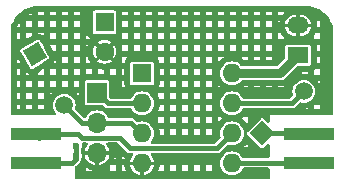
<source format=gbr>
%TF.GenerationSoftware,KiCad,Pcbnew,8.0.7*%
%TF.CreationDate,2024-12-14T00:48:09+01:00*%
%TF.ProjectId,FF2_20241213_1510,4646325f-3230-4323-9431-3231335f3135,0.2.0*%
%TF.SameCoordinates,Original*%
%TF.FileFunction,Copper,L2,Bot*%
%TF.FilePolarity,Positive*%
%FSLAX46Y46*%
G04 Gerber Fmt 4.6, Leading zero omitted, Abs format (unit mm)*
G04 Created by KiCad (PCBNEW 8.0.7) date 2024-12-14 00:48:09*
%MOMM*%
%LPD*%
G01*
G04 APERTURE LIST*
G04 Aperture macros list*
%AMRotRect*
0 Rectangle, with rotation*
0 The origin of the aperture is its center*
0 $1 length*
0 $2 width*
0 $3 Rotation angle, in degrees counterclockwise*
0 Add horizontal line*
21,1,$1,$2,0,0,$3*%
G04 Aperture macros list end*
%TA.AperFunction,ComponentPad*%
%ADD10R,1.800000X1.400000*%
%TD*%
%TA.AperFunction,ComponentPad*%
%ADD11O,1.800000X1.400000*%
%TD*%
%TA.AperFunction,ComponentPad*%
%ADD12R,1.600000X1.600000*%
%TD*%
%TA.AperFunction,ComponentPad*%
%ADD13C,1.600000*%
%TD*%
%TA.AperFunction,ComponentPad*%
%ADD14O,1.600000X1.600000*%
%TD*%
%TA.AperFunction,ComponentPad*%
%ADD15RotRect,1.500000X1.500000X45.000000*%
%TD*%
%TA.AperFunction,ComponentPad*%
%ADD16C,1.500000*%
%TD*%
%TA.AperFunction,ComponentPad*%
%ADD17R,1.700000X1.700000*%
%TD*%
%TA.AperFunction,ComponentPad*%
%ADD18O,1.700000X1.700000*%
%TD*%
%TA.AperFunction,ComponentPad*%
%ADD19RotRect,1.500000X1.500000X300.000000*%
%TD*%
%TA.AperFunction,SMDPad,CuDef*%
%ADD20R,4.191000X1.092200*%
%TD*%
%TA.AperFunction,ViaPad*%
%ADD21C,0.600000*%
%TD*%
%TA.AperFunction,Conductor*%
%ADD22C,0.800000*%
%TD*%
%TA.AperFunction,Conductor*%
%ADD23C,0.400000*%
%TD*%
G04 APERTURE END LIST*
D10*
%TO.P,D1,1,K*%
%TO.N,+3V3*%
X126238000Y-106050000D03*
D11*
%TO.P,D1,2,A*%
%TO.N,GND*%
X126238000Y-103510000D03*
%TD*%
D12*
%TO.P,C1,1*%
%TO.N,+3V3*%
X109855000Y-103251000D03*
D13*
%TO.P,C1,2*%
%TO.N,GND*%
X109855000Y-105751000D03*
%TD*%
D12*
%TO.P,U1,1,~{RESET}/PB5*%
%TO.N,Net-(U1-~{RESET}{slash}PB5)*%
X113030000Y-107579000D03*
D14*
%TO.P,U1,2,PB3*%
%TO.N,Net-(U1-PB3)*%
X113030000Y-110119000D03*
%TO.P,U1,3,PB4*%
%TO.N,/pb4*%
X113030000Y-112659000D03*
%TO.P,U1,4,GND*%
%TO.N,GND*%
X113030000Y-115199000D03*
%TO.P,U1,5,PB0*%
%TO.N,Net-(U1-PB0)*%
X120650000Y-115199000D03*
%TO.P,U1,6,PB1*%
%TO.N,Net-(U1-PB1)*%
X120650000Y-112659000D03*
%TO.P,U1,7,PB2*%
%TO.N,/pb2*%
X120650000Y-110119000D03*
%TO.P,U1,8,VCC*%
%TO.N,+3V3*%
X120650000Y-107579000D03*
%TD*%
D15*
%TO.P,L1,1,1*%
%TO.N,Net-(L1-Pad1)*%
X123190000Y-112649000D03*
D16*
%TO.P,L1,2,2*%
%TO.N,/pb2*%
X126725534Y-109113466D03*
%TD*%
D17*
%TO.P,J1,1*%
%TO.N,Net-(U1-PB3)*%
X109220000Y-109220000D03*
D18*
%TO.P,J1,2*%
%TO.N,/pb4*%
X109220000Y-111760000D03*
%TO.P,J1,3*%
%TO.N,GND*%
X109220000Y-114300000D03*
%TD*%
D19*
%TO.P,L2,1,1*%
%TO.N,Net-(L2-Pad1)*%
X103954000Y-105961046D03*
D16*
%TO.P,L2,2,2*%
%TO.N,/pb4*%
X106454000Y-110291173D03*
%TD*%
D20*
%TO.P,LED1,1*%
%TO.N,Net-(U1-PB0)*%
X127127000Y-115142902D03*
%TO.P,LED1,2*%
%TO.N,Net-(L1-Pad1)*%
X127127000Y-112695098D03*
%TD*%
%TO.P,LED2,1*%
%TO.N,Net-(U1-PB1)*%
X104013000Y-112695098D03*
%TO.P,LED2,2*%
%TO.N,Net-(L2-Pad1)*%
X104013000Y-115142902D03*
%TD*%
D21*
%TO.N,Net-(L2-Pad1)*%
X107442000Y-113710000D03*
X107442000Y-114554000D03*
%TD*%
D22*
%TO.N,+3V3*%
X120650000Y-107579000D02*
X124709000Y-107579000D01*
X124709000Y-107579000D02*
X126238000Y-106050000D01*
D23*
%TO.N,Net-(U1-PB3)*%
X110119000Y-110119000D02*
X109220000Y-109220000D01*
X113030000Y-110119000D02*
X110119000Y-110119000D01*
%TO.N,/pb4*%
X109220000Y-111760000D02*
X107922827Y-111760000D01*
X112131000Y-111760000D02*
X109220000Y-111760000D01*
X107922827Y-111760000D02*
X106454000Y-110291173D01*
X113030000Y-112659000D02*
X112131000Y-111760000D01*
%TO.N,/pb2*%
X120650000Y-110119000D02*
X125720000Y-110119000D01*
X125720000Y-110119000D02*
X126725534Y-109113466D01*
%TO.N,Net-(L1-Pad1)*%
X127080902Y-112649000D02*
X127127000Y-112695098D01*
X123206746Y-112632255D02*
X123163255Y-112632255D01*
X123190000Y-112649000D02*
X127080902Y-112649000D01*
%TO.N,Net-(L2-Pad1)*%
X107442000Y-114808000D02*
X107442000Y-114427000D01*
X107107098Y-115142902D02*
X107188000Y-115062000D01*
X107188000Y-115062000D02*
X107442000Y-114808000D01*
X107442000Y-113710000D02*
X107442000Y-114427000D01*
X104013000Y-115142902D02*
X107107098Y-115142902D01*
%TO.N,Net-(U1-PB0)*%
X127127000Y-115142902D02*
X120706098Y-115142902D01*
X120706098Y-115142902D02*
X120650000Y-115199000D01*
%TO.N,Net-(U1-PB1)*%
X111125000Y-113030000D02*
X107950000Y-113030000D01*
X119390000Y-113919000D02*
X112014000Y-113919000D01*
X107615098Y-112695098D02*
X104013000Y-112695098D01*
X112014000Y-113919000D02*
X111125000Y-113030000D01*
X120650000Y-112659000D02*
X119390000Y-113919000D01*
X104013000Y-112695098D02*
X104327902Y-113010000D01*
X107950000Y-113030000D02*
X107615098Y-112695098D01*
%TD*%
%TA.AperFunction,Conductor*%
%TO.N,GND*%
G36*
X127003802Y-101900730D02*
G01*
X127262345Y-101916368D01*
X127277426Y-101918199D01*
X127528459Y-101964203D01*
X127543210Y-101967839D01*
X127786869Y-102043765D01*
X127801086Y-102049158D01*
X128033796Y-102153892D01*
X128047267Y-102160962D01*
X128265666Y-102292990D01*
X128278169Y-102301619D01*
X128479073Y-102459017D01*
X128490453Y-102469100D01*
X128670899Y-102649546D01*
X128680983Y-102660927D01*
X128838377Y-102861827D01*
X128847013Y-102874338D01*
X128979036Y-103092730D01*
X128986107Y-103106203D01*
X129090839Y-103338908D01*
X129096235Y-103353135D01*
X129172157Y-103596778D01*
X129175798Y-103611551D01*
X129221798Y-103862561D01*
X129223632Y-103877665D01*
X129238848Y-104129228D01*
X129239270Y-104136196D01*
X129239500Y-104143804D01*
X129239500Y-110999000D01*
X129219498Y-111067121D01*
X129165842Y-111113614D01*
X129113500Y-111125000D01*
X123825000Y-111125000D01*
X123825000Y-111635599D01*
X123804998Y-111703720D01*
X123751342Y-111750213D01*
X123681068Y-111760317D01*
X123616488Y-111730823D01*
X123609905Y-111724694D01*
X123317818Y-111432607D01*
X123317814Y-111432604D01*
X123317811Y-111432601D01*
X123268231Y-111399473D01*
X123268230Y-111399472D01*
X123190000Y-111383912D01*
X123111769Y-111399472D01*
X123111768Y-111399473D01*
X123062188Y-111432602D01*
X123062181Y-111432607D01*
X121973607Y-112521181D01*
X121973602Y-112521188D01*
X121940473Y-112570768D01*
X121940472Y-112570769D01*
X121924912Y-112648999D01*
X121924912Y-112649000D01*
X121940472Y-112727230D01*
X121940473Y-112727231D01*
X121973601Y-112776811D01*
X121973604Y-112776814D01*
X121973607Y-112776818D01*
X123062181Y-113865392D01*
X123062184Y-113865394D01*
X123062189Y-113865399D01*
X123111769Y-113898527D01*
X123190000Y-113914088D01*
X123268231Y-113898527D01*
X123317811Y-113865399D01*
X123609906Y-113573303D01*
X123672217Y-113539280D01*
X123743032Y-113544344D01*
X123799868Y-113586891D01*
X123824679Y-113653411D01*
X123825000Y-113662400D01*
X123825000Y-114616402D01*
X123804998Y-114684523D01*
X123751342Y-114731016D01*
X123699000Y-114742402D01*
X121615919Y-114742402D01*
X121547798Y-114722400D01*
X121504798Y-114675799D01*
X121485910Y-114640462D01*
X121471400Y-114622782D01*
X121414952Y-114554000D01*
X121360883Y-114488117D01*
X121208538Y-114363090D01*
X121164408Y-114339502D01*
X121034728Y-114270186D01*
X120900674Y-114229521D01*
X120846132Y-114212976D01*
X120846131Y-114212975D01*
X120846125Y-114212974D01*
X120650003Y-114193659D01*
X120649997Y-114193659D01*
X120453875Y-114212974D01*
X120453873Y-114212974D01*
X120265271Y-114270186D01*
X120091461Y-114363090D01*
X119939117Y-114488117D01*
X119814090Y-114640461D01*
X119721186Y-114814271D01*
X119663974Y-115002873D01*
X119663974Y-115002875D01*
X119644659Y-115198996D01*
X119644659Y-115199003D01*
X119663974Y-115395124D01*
X119663974Y-115395126D01*
X119721186Y-115583728D01*
X119739325Y-115617663D01*
X119814090Y-115757538D01*
X119939117Y-115909883D01*
X120091462Y-116034910D01*
X120265273Y-116127814D01*
X120453868Y-116185024D01*
X120453872Y-116185024D01*
X120453874Y-116185025D01*
X120649997Y-116204341D01*
X120650000Y-116204341D01*
X120650003Y-116204341D01*
X120846124Y-116185025D01*
X120846126Y-116185025D01*
X120846127Y-116185024D01*
X120846132Y-116185024D01*
X121034727Y-116127814D01*
X121208538Y-116034910D01*
X121360883Y-115909883D01*
X121485910Y-115757538D01*
X121560997Y-115617060D01*
X121564768Y-115610006D01*
X121614520Y-115559358D01*
X121675890Y-115543402D01*
X123699000Y-115543402D01*
X123767121Y-115563404D01*
X123813614Y-115617060D01*
X123825000Y-115669402D01*
X123825000Y-116413500D01*
X123804998Y-116481621D01*
X123751342Y-116528114D01*
X123699000Y-116539500D01*
X107441000Y-116539500D01*
X107372879Y-116519498D01*
X107326386Y-116465842D01*
X107315000Y-116413500D01*
X107315000Y-115870500D01*
X108248500Y-115870500D01*
X108758500Y-115870500D01*
X108758500Y-115849512D01*
X109264500Y-115849512D01*
X109264500Y-115870500D01*
X109774500Y-115870500D01*
X109774500Y-115757811D01*
X109560832Y-115822626D01*
X109554871Y-115824275D01*
X109542782Y-115827303D01*
X109536759Y-115828656D01*
X109512386Y-115833506D01*
X109506289Y-115834564D01*
X109493943Y-115836396D01*
X109487797Y-115837154D01*
X109310496Y-115854614D01*
X109264500Y-115849512D01*
X108758500Y-115849512D01*
X108758500Y-115786021D01*
X108657465Y-115755374D01*
X108651596Y-115753435D01*
X108639851Y-115749233D01*
X108634072Y-115747004D01*
X108611113Y-115737493D01*
X108605466Y-115734990D01*
X108594194Y-115729659D01*
X108588668Y-115726877D01*
X108384344Y-115617663D01*
X108378966Y-115614616D01*
X108368271Y-115608206D01*
X108363045Y-115604898D01*
X108342382Y-115591092D01*
X108337323Y-115587528D01*
X108327305Y-115580098D01*
X108322430Y-115576294D01*
X108248500Y-115515621D01*
X108248500Y-115870500D01*
X107315000Y-115870500D01*
X107315000Y-115553583D01*
X107335002Y-115485462D01*
X107351904Y-115464488D01*
X107353008Y-115463383D01*
X107353011Y-115463382D01*
X107373812Y-115442580D01*
X110280500Y-115442580D01*
X110280500Y-115870500D01*
X110790500Y-115870500D01*
X111296500Y-115870500D01*
X111681289Y-115870500D01*
X111649541Y-115811104D01*
X111646761Y-115805582D01*
X111641430Y-115794311D01*
X111638925Y-115788660D01*
X111629414Y-115765701D01*
X111627185Y-115759922D01*
X111622983Y-115748177D01*
X111621044Y-115742308D01*
X111556651Y-115530030D01*
X111555002Y-115524069D01*
X111551974Y-115511980D01*
X111550621Y-115505957D01*
X111545771Y-115481584D01*
X111544712Y-115475482D01*
X111542881Y-115463139D01*
X111542124Y-115457000D01*
X111532620Y-115360500D01*
X111296500Y-115360500D01*
X111296500Y-115870500D01*
X110790500Y-115870500D01*
X110790500Y-115360500D01*
X110362580Y-115360500D01*
X110349315Y-115376664D01*
X110345274Y-115381348D01*
X110336899Y-115390588D01*
X110332636Y-115395065D01*
X110315065Y-115412636D01*
X110310588Y-115416899D01*
X110301348Y-115425274D01*
X110296663Y-115429316D01*
X110280500Y-115442580D01*
X107373812Y-115442580D01*
X107416188Y-115400202D01*
X107416194Y-115400199D01*
X107762474Y-115053919D01*
X107762480Y-115053913D01*
X107815207Y-114962588D01*
X107836800Y-114881998D01*
X107863283Y-114832097D01*
X107867377Y-114827373D01*
X107927165Y-114696457D01*
X107947647Y-114554000D01*
X107947646Y-114553998D01*
X107948035Y-114551298D01*
X107973969Y-114494508D01*
X107956054Y-114482422D01*
X107928378Y-114419983D01*
X107927165Y-114411544D01*
X107927165Y-114411543D01*
X107867377Y-114280627D01*
X107862507Y-114273050D01*
X107864440Y-114271807D01*
X107842829Y-114214024D01*
X107842500Y-114204922D01*
X107842500Y-114059078D01*
X107862502Y-113990957D01*
X107862507Y-113990950D01*
X107867376Y-113983374D01*
X107867375Y-113983374D01*
X107867377Y-113983373D01*
X107927165Y-113852457D01*
X107947647Y-113710000D01*
X107928155Y-113574429D01*
X107938259Y-113504158D01*
X107984752Y-113450502D01*
X108052873Y-113430500D01*
X108308849Y-113430500D01*
X108376970Y-113450502D01*
X108423463Y-113504158D01*
X108433567Y-113574432D01*
X108406248Y-113636434D01*
X108342732Y-113713827D01*
X108245232Y-113896237D01*
X108185190Y-114094170D01*
X108179692Y-114149999D01*
X108179693Y-114150000D01*
X108742555Y-114150000D01*
X108720000Y-114234174D01*
X108720000Y-114365826D01*
X108742555Y-114450000D01*
X108179693Y-114450000D01*
X108154351Y-114477959D01*
X108167977Y-114486716D01*
X108193328Y-114532654D01*
X108245232Y-114703762D01*
X108342732Y-114886172D01*
X108473945Y-115046054D01*
X108633827Y-115177267D01*
X108816237Y-115274767D01*
X109014170Y-115334809D01*
X109069999Y-115340307D01*
X109070000Y-115340306D01*
X109070000Y-114777445D01*
X109154174Y-114800000D01*
X109285826Y-114800000D01*
X109370000Y-114777445D01*
X109370000Y-115340307D01*
X109425829Y-115334809D01*
X109623762Y-115274767D01*
X109806172Y-115177267D01*
X109966054Y-115046054D01*
X110097267Y-114886172D01*
X110114196Y-114854500D01*
X110677811Y-114854500D01*
X110790500Y-114854500D01*
X111296500Y-114854500D01*
X111560737Y-114854500D01*
X111599574Y-114726467D01*
X111500734Y-114669402D01*
X111493732Y-114665048D01*
X111479905Y-114655809D01*
X111473203Y-114651007D01*
X111446905Y-114630828D01*
X111440531Y-114625596D01*
X111428028Y-114614631D01*
X111422011Y-114608995D01*
X111296500Y-114483484D01*
X111296500Y-114854500D01*
X110790500Y-114854500D01*
X110790500Y-114344500D01*
X110769513Y-114344500D01*
X110774614Y-114390496D01*
X110757154Y-114567797D01*
X110756396Y-114573943D01*
X110754564Y-114586289D01*
X110753506Y-114592386D01*
X110748656Y-114616759D01*
X110747303Y-114622782D01*
X110744275Y-114634871D01*
X110742626Y-114640832D01*
X110677811Y-114854500D01*
X110114196Y-114854500D01*
X110194767Y-114703762D01*
X110254809Y-114505829D01*
X110260307Y-114450000D01*
X109697445Y-114450000D01*
X109720000Y-114365826D01*
X109720000Y-114234174D01*
X109697445Y-114150000D01*
X110260307Y-114150000D01*
X110260307Y-114149999D01*
X110254809Y-114094170D01*
X110194767Y-113896237D01*
X110097267Y-113713827D01*
X110033752Y-113636434D01*
X110005998Y-113571087D01*
X110017980Y-113501108D01*
X110065892Y-113448717D01*
X110131151Y-113430500D01*
X110906917Y-113430500D01*
X110975038Y-113450502D01*
X110996007Y-113467400D01*
X111768087Y-114239480D01*
X111859412Y-114292207D01*
X111961273Y-114319500D01*
X111961274Y-114319500D01*
X112191739Y-114319500D01*
X112259860Y-114339502D01*
X112306353Y-114393158D01*
X112316457Y-114463432D01*
X112289138Y-114525434D01*
X112194507Y-114640740D01*
X112101650Y-114814464D01*
X112044467Y-115002972D01*
X112039934Y-115048998D01*
X112039935Y-115049000D01*
X112656082Y-115049000D01*
X112630000Y-115146339D01*
X112630000Y-115251661D01*
X112656082Y-115349000D01*
X112039935Y-115349000D01*
X112039934Y-115349001D01*
X112044467Y-115395027D01*
X112101650Y-115583535D01*
X112194507Y-115757259D01*
X112319472Y-115909527D01*
X112471740Y-116034492D01*
X112645464Y-116127349D01*
X112833972Y-116184532D01*
X112879998Y-116189065D01*
X112880000Y-116189064D01*
X112880000Y-115572918D01*
X112977339Y-115599000D01*
X113082661Y-115599000D01*
X113180000Y-115572918D01*
X113180000Y-116189064D01*
X113180001Y-116189065D01*
X113226027Y-116184532D01*
X113414535Y-116127349D01*
X113588259Y-116034492D01*
X113740527Y-115909527D01*
X113772556Y-115870500D01*
X114378711Y-115870500D01*
X114854500Y-115870500D01*
X115360500Y-115870500D01*
X115870500Y-115870500D01*
X116376500Y-115870500D01*
X116886500Y-115870500D01*
X117392500Y-115870500D01*
X117902500Y-115870500D01*
X118408500Y-115870500D01*
X118918500Y-115870500D01*
X118918500Y-115360500D01*
X118408500Y-115360500D01*
X118408500Y-115870500D01*
X117902500Y-115870500D01*
X117902500Y-115360500D01*
X117392500Y-115360500D01*
X117392500Y-115870500D01*
X116886500Y-115870500D01*
X116886500Y-115360500D01*
X116376500Y-115360500D01*
X116376500Y-115870500D01*
X115870500Y-115870500D01*
X115870500Y-115360500D01*
X115360500Y-115360500D01*
X115360500Y-115870500D01*
X114854500Y-115870500D01*
X114854500Y-115360500D01*
X114527380Y-115360500D01*
X114517876Y-115457000D01*
X114517119Y-115463139D01*
X114515288Y-115475482D01*
X114514229Y-115481584D01*
X114509379Y-115505957D01*
X114508026Y-115511980D01*
X114504998Y-115524069D01*
X114503349Y-115530030D01*
X114438956Y-115742308D01*
X114437017Y-115748177D01*
X114432815Y-115759922D01*
X114430586Y-115765701D01*
X114421075Y-115788660D01*
X114418570Y-115794311D01*
X114413239Y-115805582D01*
X114410459Y-115811104D01*
X114378711Y-115870500D01*
X113772556Y-115870500D01*
X113865492Y-115757259D01*
X113958349Y-115583535D01*
X114015532Y-115395027D01*
X114020065Y-115349001D01*
X114020065Y-115349000D01*
X113403918Y-115349000D01*
X113430000Y-115251661D01*
X113430000Y-115146339D01*
X113403918Y-115049000D01*
X114020065Y-115049000D01*
X114020065Y-115048998D01*
X114015532Y-115002972D01*
X113970494Y-114854500D01*
X115360500Y-114854500D01*
X115870500Y-114854500D01*
X116376500Y-114854500D01*
X116886500Y-114854500D01*
X117392500Y-114854500D01*
X117902500Y-114854500D01*
X118408500Y-114854500D01*
X118918500Y-114854500D01*
X118918500Y-114825500D01*
X118408500Y-114825500D01*
X118408500Y-114854500D01*
X117902500Y-114854500D01*
X117902500Y-114825500D01*
X117392500Y-114825500D01*
X117392500Y-114854500D01*
X116886500Y-114854500D01*
X116886500Y-114825500D01*
X116376500Y-114825500D01*
X116376500Y-114854500D01*
X115870500Y-114854500D01*
X115870500Y-114825500D01*
X115360500Y-114825500D01*
X115360500Y-114854500D01*
X113970494Y-114854500D01*
X113958349Y-114814464D01*
X113865492Y-114640740D01*
X113770862Y-114525434D01*
X113743108Y-114460087D01*
X113755089Y-114390109D01*
X113803002Y-114337717D01*
X113868261Y-114319500D01*
X119442725Y-114319500D01*
X119442727Y-114319500D01*
X119544588Y-114292207D01*
X119635913Y-114239480D01*
X120036892Y-113838500D01*
X121587485Y-113838500D01*
X121966500Y-113838500D01*
X121966500Y-113485302D01*
X121933938Y-113452740D01*
X121926305Y-113467022D01*
X121923258Y-113472400D01*
X121916848Y-113483095D01*
X121913540Y-113488321D01*
X121899734Y-113508984D01*
X121896174Y-113514038D01*
X121888744Y-113524057D01*
X121884936Y-113528937D01*
X121744143Y-113700492D01*
X121740102Y-113705176D01*
X121731727Y-113714416D01*
X121727464Y-113718893D01*
X121709893Y-113736464D01*
X121705416Y-113740727D01*
X121696176Y-113749102D01*
X121691492Y-113753143D01*
X121587485Y-113838500D01*
X120036892Y-113838500D01*
X120228986Y-113646405D01*
X120291297Y-113612382D01*
X120354656Y-113614927D01*
X120453868Y-113645024D01*
X120453872Y-113645024D01*
X120453875Y-113645025D01*
X120649997Y-113664341D01*
X120650000Y-113664341D01*
X120650003Y-113664341D01*
X120846124Y-113645025D01*
X120846126Y-113645025D01*
X120846127Y-113645024D01*
X120846132Y-113645024D01*
X121034727Y-113587814D01*
X121208538Y-113494910D01*
X121360883Y-113369883D01*
X121485910Y-113217538D01*
X121578814Y-113043727D01*
X121636024Y-112855132D01*
X121650365Y-112709525D01*
X121655341Y-112659003D01*
X121655341Y-112658996D01*
X121636025Y-112462875D01*
X121636025Y-112462873D01*
X121636024Y-112462870D01*
X121636024Y-112462868D01*
X121578814Y-112274273D01*
X121485910Y-112100462D01*
X121360883Y-111948117D01*
X121208538Y-111823090D01*
X121123367Y-111777565D01*
X121034728Y-111730186D01*
X120846125Y-111672974D01*
X120650003Y-111653659D01*
X120649997Y-111653659D01*
X120453875Y-111672974D01*
X120453873Y-111672974D01*
X120265271Y-111730186D01*
X120091461Y-111823090D01*
X119939117Y-111948117D01*
X119814090Y-112100461D01*
X119721186Y-112274271D01*
X119663974Y-112462873D01*
X119663974Y-112462875D01*
X119644659Y-112658996D01*
X119644659Y-112659003D01*
X119663974Y-112855128D01*
X119694071Y-112954342D01*
X119694705Y-113025336D01*
X119662593Y-113080013D01*
X119261012Y-113481595D01*
X119198699Y-113515620D01*
X119171916Y-113518500D01*
X113885321Y-113518500D01*
X113817200Y-113498498D01*
X113770707Y-113444842D01*
X113760603Y-113374568D01*
X113787922Y-113312566D01*
X113813609Y-113281266D01*
X113865910Y-113217538D01*
X113958814Y-113043727D01*
X114016024Y-112855132D01*
X114030365Y-112709525D01*
X114035341Y-112659003D01*
X114035341Y-112658996D01*
X114016025Y-112462875D01*
X114016025Y-112462873D01*
X114016024Y-112462870D01*
X114016024Y-112462868D01*
X113970410Y-112312500D01*
X114499179Y-112312500D01*
X114503842Y-112327872D01*
X114505490Y-112333828D01*
X114508519Y-112345919D01*
X114509874Y-112351953D01*
X114514723Y-112376327D01*
X114515779Y-112382412D01*
X114517611Y-112394754D01*
X114518370Y-112400905D01*
X114540122Y-112621771D01*
X114540577Y-112627936D01*
X114541189Y-112640391D01*
X114541341Y-112646575D01*
X114541341Y-112671425D01*
X114541189Y-112677609D01*
X114540577Y-112690064D01*
X114540122Y-112696229D01*
X114527686Y-112822500D01*
X114854500Y-112822500D01*
X115360500Y-112822500D01*
X115870500Y-112822500D01*
X116376500Y-112822500D01*
X116886500Y-112822500D01*
X117392500Y-112822500D01*
X117902500Y-112822500D01*
X118408500Y-112822500D01*
X118918500Y-112822500D01*
X118918500Y-112312500D01*
X118408500Y-112312500D01*
X118408500Y-112822500D01*
X117902500Y-112822500D01*
X117902500Y-112312500D01*
X117392500Y-112312500D01*
X117392500Y-112822500D01*
X116886500Y-112822500D01*
X116886500Y-112312500D01*
X116376500Y-112312500D01*
X116376500Y-112822500D01*
X115870500Y-112822500D01*
X115870500Y-112312500D01*
X115360500Y-112312500D01*
X115360500Y-112822500D01*
X114854500Y-112822500D01*
X114854500Y-112312500D01*
X114499179Y-112312500D01*
X113970410Y-112312500D01*
X113958814Y-112274273D01*
X113865910Y-112100462D01*
X113740883Y-111948117D01*
X113588538Y-111823090D01*
X113557500Y-111806500D01*
X114344500Y-111806500D01*
X114854500Y-111806500D01*
X115360500Y-111806500D01*
X115870500Y-111806500D01*
X116376500Y-111806500D01*
X116886500Y-111806500D01*
X117392500Y-111806500D01*
X117902500Y-111806500D01*
X118408500Y-111806500D01*
X118918500Y-111806500D01*
X118918500Y-111777565D01*
X119424500Y-111777565D01*
X119555857Y-111617508D01*
X119559898Y-111612824D01*
X119568273Y-111603584D01*
X119572536Y-111599107D01*
X119590107Y-111581536D01*
X119594584Y-111577273D01*
X119603824Y-111568898D01*
X119608508Y-111564857D01*
X119780063Y-111424064D01*
X119784943Y-111420256D01*
X119794962Y-111412826D01*
X119800016Y-111409266D01*
X119820679Y-111395460D01*
X119825905Y-111392152D01*
X119831164Y-111389000D01*
X121468835Y-111389000D01*
X121474095Y-111392152D01*
X121479321Y-111395460D01*
X121499984Y-111409266D01*
X121505038Y-111412826D01*
X121515057Y-111420256D01*
X121519937Y-111424064D01*
X121691492Y-111564857D01*
X121696176Y-111568898D01*
X121705416Y-111577273D01*
X121709893Y-111581536D01*
X121727464Y-111599107D01*
X121731727Y-111603584D01*
X121740102Y-111612824D01*
X121744143Y-111617508D01*
X121884936Y-111789063D01*
X121888744Y-111793943D01*
X121896174Y-111803962D01*
X121897962Y-111806500D01*
X121966500Y-111806500D01*
X121966500Y-111296500D01*
X121589922Y-111296500D01*
X121519937Y-111353936D01*
X121515057Y-111357744D01*
X121505038Y-111365174D01*
X121499984Y-111368734D01*
X121479321Y-111382540D01*
X121474095Y-111385848D01*
X121468835Y-111389000D01*
X119831164Y-111389000D01*
X119825905Y-111385848D01*
X119820679Y-111382540D01*
X119800016Y-111368734D01*
X119794962Y-111365174D01*
X119784943Y-111357744D01*
X119780063Y-111353936D01*
X119710078Y-111296500D01*
X119424500Y-111296500D01*
X119424500Y-111777565D01*
X118918500Y-111777565D01*
X118918500Y-111296500D01*
X118408500Y-111296500D01*
X118408500Y-111806500D01*
X117902500Y-111806500D01*
X117902500Y-111296500D01*
X117392500Y-111296500D01*
X117392500Y-111806500D01*
X116886500Y-111806500D01*
X116886500Y-111296500D01*
X116376500Y-111296500D01*
X116376500Y-111806500D01*
X115870500Y-111806500D01*
X115870500Y-111296500D01*
X115360500Y-111296500D01*
X115360500Y-111806500D01*
X114854500Y-111806500D01*
X114854500Y-111296500D01*
X114344500Y-111296500D01*
X114344500Y-111806500D01*
X113557500Y-111806500D01*
X113503367Y-111777565D01*
X113414728Y-111730186D01*
X113226125Y-111672974D01*
X113030003Y-111653659D01*
X113029997Y-111653659D01*
X112833872Y-111672974D01*
X112734654Y-111703071D01*
X112663660Y-111703704D01*
X112608985Y-111671591D01*
X112376919Y-111439525D01*
X112376909Y-111439517D01*
X112285592Y-111386795D01*
X112285590Y-111386794D01*
X112285588Y-111386793D01*
X112183727Y-111359500D01*
X112183726Y-111359500D01*
X110272599Y-111359500D01*
X110204478Y-111339498D01*
X110161477Y-111292896D01*
X110097686Y-111173552D01*
X110097685Y-111173550D01*
X109966410Y-111013590D01*
X109806450Y-110882315D01*
X109806448Y-110882314D01*
X109806447Y-110882313D01*
X109623954Y-110784768D01*
X109425934Y-110724700D01*
X109425933Y-110724699D01*
X109425927Y-110724698D01*
X109220003Y-110704417D01*
X109219997Y-110704417D01*
X109014072Y-110724698D01*
X108816045Y-110784768D01*
X108633552Y-110882313D01*
X108473590Y-111013590D01*
X108342313Y-111173552D01*
X108278523Y-111292896D01*
X108228771Y-111343544D01*
X108167401Y-111359500D01*
X108140910Y-111359500D01*
X108072789Y-111339498D01*
X108051815Y-111322595D01*
X107401318Y-110672098D01*
X107367292Y-110609786D01*
X107369839Y-110546426D01*
X107371886Y-110539679D01*
X107390747Y-110477504D01*
X107390747Y-110477501D01*
X107390748Y-110477499D01*
X107409099Y-110291176D01*
X107409099Y-110291169D01*
X107390748Y-110104849D01*
X107390746Y-110104838D01*
X107336398Y-109925676D01*
X107336396Y-109925672D01*
X107263249Y-109788823D01*
X107248136Y-109760548D01*
X107129357Y-109615816D01*
X106984625Y-109497037D01*
X106950809Y-109478962D01*
X106819500Y-109408776D01*
X106819496Y-109408774D01*
X106640334Y-109354426D01*
X106640323Y-109354424D01*
X106454003Y-109336074D01*
X106453997Y-109336074D01*
X106267676Y-109354424D01*
X106267665Y-109354426D01*
X106088503Y-109408774D01*
X106088499Y-109408776D01*
X105923374Y-109497037D01*
X105778643Y-109615816D01*
X105659864Y-109760547D01*
X105571603Y-109925672D01*
X105571601Y-109925676D01*
X105517253Y-110104838D01*
X105517251Y-110104849D01*
X105498901Y-110291169D01*
X105498901Y-110291176D01*
X105517251Y-110477496D01*
X105517253Y-110477507D01*
X105571601Y-110656669D01*
X105571603Y-110656673D01*
X105659864Y-110821798D01*
X105739690Y-110919066D01*
X105767444Y-110984413D01*
X105755462Y-111054392D01*
X105707550Y-111106784D01*
X105642291Y-111125000D01*
X102026500Y-111125000D01*
X101958379Y-111104998D01*
X101911886Y-111051342D01*
X101900500Y-110999000D01*
X101900500Y-110619000D01*
X102406500Y-110619000D01*
X102662500Y-110619000D01*
X103168500Y-110619000D01*
X103678500Y-110619000D01*
X104184500Y-110619000D01*
X104694500Y-110619000D01*
X104694500Y-110280500D01*
X104184500Y-110280500D01*
X104184500Y-110619000D01*
X103678500Y-110619000D01*
X103678500Y-110280500D01*
X103168500Y-110280500D01*
X103168500Y-110619000D01*
X102662500Y-110619000D01*
X102662500Y-110280500D01*
X102406500Y-110280500D01*
X102406500Y-110619000D01*
X101900500Y-110619000D01*
X101900500Y-109774500D01*
X102406500Y-109774500D01*
X102662500Y-109774500D01*
X103168500Y-109774500D01*
X103678500Y-109774500D01*
X104184500Y-109774500D01*
X104694500Y-109774500D01*
X104694500Y-109546552D01*
X105200500Y-109546552D01*
X105219469Y-109511064D01*
X105222516Y-109505686D01*
X105228926Y-109494991D01*
X105232234Y-109489765D01*
X105246040Y-109469102D01*
X105249600Y-109464048D01*
X105257030Y-109454029D01*
X105260838Y-109449149D01*
X105395383Y-109285207D01*
X105399424Y-109280523D01*
X105407799Y-109271283D01*
X105412062Y-109266806D01*
X105414368Y-109264500D01*
X107493632Y-109264500D01*
X107495938Y-109266806D01*
X107500201Y-109271283D01*
X107508576Y-109280523D01*
X107512617Y-109285207D01*
X107647162Y-109449149D01*
X107650970Y-109454029D01*
X107658400Y-109464048D01*
X107661960Y-109469102D01*
X107663500Y-109471406D01*
X107663500Y-109264500D01*
X107493632Y-109264500D01*
X105414368Y-109264500D01*
X105200500Y-109264500D01*
X105200500Y-109546552D01*
X104694500Y-109546552D01*
X104694500Y-109264500D01*
X104184500Y-109264500D01*
X104184500Y-109774500D01*
X103678500Y-109774500D01*
X103678500Y-109264500D01*
X103168500Y-109264500D01*
X103168500Y-109774500D01*
X102662500Y-109774500D01*
X102662500Y-109264500D01*
X102406500Y-109264500D01*
X102406500Y-109774500D01*
X101900500Y-109774500D01*
X101900500Y-108758500D01*
X102406500Y-108758500D01*
X102662500Y-108758500D01*
X103168500Y-108758500D01*
X103678500Y-108758500D01*
X104184500Y-108758500D01*
X104694500Y-108758500D01*
X105200500Y-108758500D01*
X105710500Y-108758500D01*
X106216500Y-108758500D01*
X106726500Y-108758500D01*
X107232500Y-108758500D01*
X107663500Y-108758500D01*
X107663500Y-108350249D01*
X108169500Y-108350249D01*
X108169500Y-110089750D01*
X108175318Y-110119000D01*
X108181133Y-110148231D01*
X108225448Y-110214552D01*
X108291769Y-110258867D01*
X108350252Y-110270500D01*
X109651917Y-110270500D01*
X109720038Y-110290502D01*
X109741007Y-110307400D01*
X109873087Y-110439480D01*
X109873089Y-110439481D01*
X109873090Y-110439482D01*
X109891531Y-110450129D01*
X109964412Y-110492207D01*
X110066273Y-110519500D01*
X112034096Y-110519500D01*
X112102217Y-110539502D01*
X112145216Y-110586102D01*
X112194090Y-110677538D01*
X112319117Y-110829883D01*
X112471462Y-110954910D01*
X112645273Y-111047814D01*
X112833868Y-111105024D01*
X112833872Y-111105024D01*
X112833874Y-111105025D01*
X113029997Y-111124341D01*
X113030000Y-111124341D01*
X113030003Y-111124341D01*
X113226124Y-111105025D01*
X113226126Y-111105025D01*
X113226127Y-111105024D01*
X113226132Y-111105024D01*
X113414727Y-111047814D01*
X113588538Y-110954910D01*
X113740883Y-110829883D01*
X113773204Y-110790500D01*
X114379278Y-110790500D01*
X114854500Y-110790500D01*
X115360500Y-110790500D01*
X115870500Y-110790500D01*
X116376500Y-110790500D01*
X116886500Y-110790500D01*
X117392500Y-110790500D01*
X117902500Y-110790500D01*
X118408500Y-110790500D01*
X118918500Y-110790500D01*
X118918500Y-110280500D01*
X118408500Y-110280500D01*
X118408500Y-110790500D01*
X117902500Y-110790500D01*
X117902500Y-110280500D01*
X117392500Y-110280500D01*
X117392500Y-110790500D01*
X116886500Y-110790500D01*
X116886500Y-110280500D01*
X116376500Y-110280500D01*
X116376500Y-110790500D01*
X115870500Y-110790500D01*
X115870500Y-110280500D01*
X115360500Y-110280500D01*
X115360500Y-110790500D01*
X114854500Y-110790500D01*
X114854500Y-110280500D01*
X114527883Y-110280500D01*
X114518370Y-110377095D01*
X114517611Y-110383246D01*
X114515779Y-110395588D01*
X114514723Y-110401673D01*
X114509874Y-110426047D01*
X114508519Y-110432081D01*
X114505490Y-110444172D01*
X114503842Y-110450129D01*
X114439420Y-110662502D01*
X114437477Y-110668382D01*
X114433274Y-110680126D01*
X114431051Y-110685888D01*
X114421541Y-110708847D01*
X114419036Y-110714499D01*
X114413705Y-110725771D01*
X114410923Y-110731297D01*
X114379278Y-110790500D01*
X113773204Y-110790500D01*
X113865910Y-110677538D01*
X113958814Y-110503727D01*
X114016024Y-110315132D01*
X114016862Y-110306628D01*
X114035341Y-110119003D01*
X114035341Y-110118996D01*
X119644659Y-110118996D01*
X119644659Y-110119003D01*
X119663974Y-110315124D01*
X119663974Y-110315126D01*
X119721186Y-110503728D01*
X119764351Y-110584483D01*
X119814090Y-110677538D01*
X119939117Y-110829883D01*
X120091462Y-110954910D01*
X120265273Y-111047814D01*
X120453868Y-111105024D01*
X120453872Y-111105024D01*
X120453874Y-111105025D01*
X120649997Y-111124341D01*
X120650000Y-111124341D01*
X120650003Y-111124341D01*
X120846124Y-111105025D01*
X120846126Y-111105025D01*
X120846127Y-111105024D01*
X120846132Y-111105024D01*
X121034727Y-111047814D01*
X121208538Y-110954910D01*
X121360883Y-110829883D01*
X121485910Y-110677538D01*
X121534782Y-110586102D01*
X121536372Y-110584483D01*
X126536500Y-110584483D01*
X126536500Y-110619000D01*
X127046500Y-110619000D01*
X127046500Y-110538130D01*
X127040905Y-110539679D01*
X127028814Y-110542708D01*
X127022780Y-110544063D01*
X126998406Y-110548912D01*
X126992321Y-110549968D01*
X126979979Y-110551800D01*
X126973829Y-110552559D01*
X126762765Y-110573346D01*
X126756598Y-110573801D01*
X126744142Y-110574413D01*
X126737959Y-110574565D01*
X126713109Y-110574565D01*
X126706926Y-110574413D01*
X126694470Y-110573801D01*
X126688303Y-110573346D01*
X126560249Y-110560734D01*
X126536500Y-110584483D01*
X121536372Y-110584483D01*
X121584534Y-110535456D01*
X121645904Y-110519500D01*
X125772725Y-110519500D01*
X125772727Y-110519500D01*
X125874588Y-110492207D01*
X125965913Y-110439480D01*
X126087415Y-110317977D01*
X127552500Y-110317977D01*
X127552500Y-110619000D01*
X128062500Y-110619000D01*
X128568500Y-110619000D01*
X128733500Y-110619000D01*
X128733500Y-110280500D01*
X128568500Y-110280500D01*
X128568500Y-110619000D01*
X128062500Y-110619000D01*
X128062500Y-110280500D01*
X127599395Y-110280500D01*
X127567558Y-110306628D01*
X127562678Y-110310436D01*
X127552659Y-110317866D01*
X127552500Y-110317977D01*
X126087415Y-110317977D01*
X126344609Y-110060782D01*
X126406919Y-110026759D01*
X126470279Y-110029305D01*
X126539199Y-110050212D01*
X126539200Y-110050212D01*
X126539203Y-110050213D01*
X126539206Y-110050213D01*
X126539210Y-110050214D01*
X126725531Y-110068565D01*
X126725534Y-110068565D01*
X126725537Y-110068565D01*
X126911857Y-110050214D01*
X126911859Y-110050213D01*
X126911865Y-110050213D01*
X126989182Y-110026759D01*
X127091030Y-109995864D01*
X127091032Y-109995862D01*
X127091035Y-109995862D01*
X127256159Y-109907602D01*
X127400891Y-109788823D01*
X127412646Y-109774500D01*
X128568500Y-109774500D01*
X128733500Y-109774500D01*
X128733500Y-109264500D01*
X128568500Y-109264500D01*
X128568500Y-109774500D01*
X127412646Y-109774500D01*
X127519670Y-109644091D01*
X127607930Y-109478967D01*
X127616976Y-109449149D01*
X127662280Y-109299800D01*
X127662282Y-109299789D01*
X127680633Y-109113469D01*
X127680633Y-109113462D01*
X127662282Y-108927142D01*
X127662280Y-108927131D01*
X127611127Y-108758500D01*
X128568500Y-108758500D01*
X128733500Y-108758500D01*
X128733500Y-108248500D01*
X128568500Y-108248500D01*
X128568500Y-108758500D01*
X127611127Y-108758500D01*
X127607932Y-108747969D01*
X127607930Y-108747965D01*
X127586061Y-108707051D01*
X127519670Y-108582841D01*
X127400891Y-108438109D01*
X127256159Y-108319330D01*
X127242554Y-108312058D01*
X127123645Y-108248500D01*
X127899868Y-108248500D01*
X127918696Y-108271442D01*
X127922504Y-108276322D01*
X127929934Y-108286341D01*
X127933494Y-108291395D01*
X127947300Y-108312058D01*
X127950608Y-108317284D01*
X127957018Y-108327979D01*
X127960065Y-108333357D01*
X128060039Y-108520396D01*
X128062500Y-108525284D01*
X128062500Y-108248500D01*
X127899868Y-108248500D01*
X127123645Y-108248500D01*
X127091034Y-108231069D01*
X127091030Y-108231067D01*
X126911868Y-108176719D01*
X126911857Y-108176717D01*
X126725537Y-108158367D01*
X126725531Y-108158367D01*
X126539210Y-108176717D01*
X126539199Y-108176719D01*
X126360037Y-108231067D01*
X126360033Y-108231069D01*
X126194908Y-108319330D01*
X126050177Y-108438109D01*
X125931398Y-108582840D01*
X125843137Y-108747965D01*
X125843135Y-108747969D01*
X125788787Y-108927131D01*
X125788785Y-108927142D01*
X125770435Y-109113462D01*
X125770435Y-109113469D01*
X125788785Y-109299792D01*
X125809694Y-109368721D01*
X125810327Y-109439715D01*
X125778215Y-109494390D01*
X125591012Y-109681595D01*
X125528700Y-109715620D01*
X125501916Y-109718500D01*
X121645904Y-109718500D01*
X121577783Y-109698498D01*
X121534782Y-109651896D01*
X121531012Y-109644842D01*
X121485910Y-109560462D01*
X121360883Y-109408117D01*
X121208538Y-109283090D01*
X121034728Y-109190186D01*
X120846125Y-109132974D01*
X120650003Y-109113659D01*
X120649997Y-109113659D01*
X120453875Y-109132974D01*
X120453873Y-109132974D01*
X120265271Y-109190186D01*
X120091461Y-109283090D01*
X119939117Y-109408117D01*
X119814090Y-109560461D01*
X119721186Y-109734271D01*
X119663974Y-109922873D01*
X119663974Y-109922875D01*
X119644659Y-110118996D01*
X114035341Y-110118996D01*
X114016025Y-109922875D01*
X114016025Y-109922873D01*
X114016024Y-109922870D01*
X114016024Y-109922868D01*
X113958814Y-109734273D01*
X113865910Y-109560462D01*
X113740883Y-109408117D01*
X113709588Y-109382434D01*
X114344500Y-109382434D01*
X114410923Y-109506703D01*
X114413705Y-109512229D01*
X114419036Y-109523501D01*
X114421541Y-109529153D01*
X114431051Y-109552112D01*
X114433274Y-109557874D01*
X114437477Y-109569618D01*
X114439420Y-109575498D01*
X114499786Y-109774500D01*
X114854500Y-109774500D01*
X115360500Y-109774500D01*
X115870500Y-109774500D01*
X116376500Y-109774500D01*
X116886500Y-109774500D01*
X117392500Y-109774500D01*
X117902500Y-109774500D01*
X118408500Y-109774500D01*
X118918500Y-109774500D01*
X118918500Y-109264500D01*
X118408500Y-109264500D01*
X118408500Y-109774500D01*
X117902500Y-109774500D01*
X117902500Y-109264500D01*
X117392500Y-109264500D01*
X117392500Y-109774500D01*
X116886500Y-109774500D01*
X116886500Y-109264500D01*
X116376500Y-109264500D01*
X116376500Y-109774500D01*
X115870500Y-109774500D01*
X115870500Y-109264500D01*
X115360500Y-109264500D01*
X115360500Y-109774500D01*
X114854500Y-109774500D01*
X114854500Y-109264500D01*
X114344500Y-109264500D01*
X114344500Y-109382434D01*
X113709588Y-109382434D01*
X113588538Y-109283090D01*
X113414728Y-109190186D01*
X113226125Y-109132974D01*
X113030003Y-109113659D01*
X113029997Y-109113659D01*
X112833875Y-109132974D01*
X112833873Y-109132974D01*
X112645271Y-109190186D01*
X112471461Y-109283090D01*
X112319117Y-109408117D01*
X112194090Y-109560461D01*
X112189196Y-109569618D01*
X112149390Y-109644091D01*
X112145218Y-109651896D01*
X112095466Y-109702544D01*
X112034096Y-109718500D01*
X110396500Y-109718500D01*
X110328379Y-109698498D01*
X110281886Y-109644842D01*
X110270500Y-109592500D01*
X110270500Y-108350253D01*
X110270499Y-108350249D01*
X110266800Y-108331654D01*
X110258867Y-108291769D01*
X110229955Y-108248500D01*
X110766174Y-108248500D01*
X110769202Y-108263725D01*
X110770258Y-108269813D01*
X110772089Y-108282153D01*
X110772848Y-108288300D01*
X110775283Y-108313031D01*
X110775738Y-108319202D01*
X110776349Y-108331654D01*
X110776500Y-108337829D01*
X110776500Y-108758500D01*
X110790500Y-108758500D01*
X111296500Y-108758500D01*
X111633873Y-108758500D01*
X114426127Y-108758500D01*
X114854500Y-108758500D01*
X115360500Y-108758500D01*
X115870500Y-108758500D01*
X116376500Y-108758500D01*
X116886500Y-108758500D01*
X117392500Y-108758500D01*
X117902500Y-108758500D01*
X118408500Y-108758500D01*
X118918500Y-108758500D01*
X119424500Y-108758500D01*
X119712515Y-108758500D01*
X121587485Y-108758500D01*
X121966500Y-108758500D01*
X122472500Y-108758500D01*
X122982500Y-108758500D01*
X123488500Y-108758500D01*
X123998500Y-108758500D01*
X123998500Y-108685500D01*
X124504500Y-108685500D01*
X124504500Y-108758500D01*
X125014500Y-108758500D01*
X125014500Y-108642675D01*
X124903013Y-108672549D01*
X124894980Y-108674421D01*
X124878670Y-108677665D01*
X124870539Y-108679008D01*
X124837676Y-108683335D01*
X124829471Y-108684143D01*
X124812875Y-108685231D01*
X124804632Y-108685501D01*
X124614318Y-108685501D01*
X124614286Y-108685500D01*
X124504500Y-108685500D01*
X123998500Y-108685500D01*
X123488500Y-108685500D01*
X123488500Y-108758500D01*
X122982500Y-108758500D01*
X122982500Y-108685500D01*
X122472500Y-108685500D01*
X122472500Y-108758500D01*
X121966500Y-108758500D01*
X121966500Y-108685500D01*
X121676435Y-108685500D01*
X121587485Y-108758500D01*
X119712515Y-108758500D01*
X119608508Y-108673143D01*
X119603824Y-108669102D01*
X119594584Y-108660727D01*
X119590107Y-108656464D01*
X119572536Y-108638893D01*
X119568273Y-108634416D01*
X119559898Y-108625176D01*
X119555857Y-108620492D01*
X119424500Y-108460434D01*
X119424500Y-108758500D01*
X118918500Y-108758500D01*
X118918500Y-108248500D01*
X118408500Y-108248500D01*
X118408500Y-108758500D01*
X117902500Y-108758500D01*
X117902500Y-108248500D01*
X117392500Y-108248500D01*
X117392500Y-108758500D01*
X116886500Y-108758500D01*
X116886500Y-108248500D01*
X116376500Y-108248500D01*
X116376500Y-108758500D01*
X115870500Y-108758500D01*
X115870500Y-108248500D01*
X115360500Y-108248500D01*
X115360500Y-108758500D01*
X114854500Y-108758500D01*
X114854500Y-108248500D01*
X114536500Y-108248500D01*
X114536500Y-108411171D01*
X114536349Y-108417346D01*
X114535738Y-108429798D01*
X114535283Y-108435969D01*
X114532848Y-108460700D01*
X114532089Y-108466847D01*
X114530258Y-108479187D01*
X114529202Y-108485275D01*
X114510289Y-108580359D01*
X114507283Y-108592358D01*
X114500037Y-108616242D01*
X114495871Y-108627883D01*
X114476821Y-108673870D01*
X114471537Y-108685043D01*
X114459774Y-108707051D01*
X114453416Y-108717660D01*
X114426127Y-108758500D01*
X111633873Y-108758500D01*
X111606584Y-108717660D01*
X111600226Y-108707051D01*
X111588463Y-108685043D01*
X111583179Y-108673870D01*
X111564129Y-108627883D01*
X111559963Y-108616242D01*
X111552717Y-108592358D01*
X111549711Y-108580359D01*
X111530798Y-108485275D01*
X111529742Y-108479187D01*
X111527911Y-108466847D01*
X111527152Y-108460700D01*
X111524717Y-108435969D01*
X111524262Y-108429798D01*
X111523651Y-108417346D01*
X111523500Y-108411171D01*
X111523500Y-108248500D01*
X111296500Y-108248500D01*
X111296500Y-108758500D01*
X110790500Y-108758500D01*
X110790500Y-108248500D01*
X110766174Y-108248500D01*
X110229955Y-108248500D01*
X110214552Y-108225448D01*
X110148231Y-108181133D01*
X110148228Y-108181132D01*
X110089750Y-108169500D01*
X110089748Y-108169500D01*
X108350252Y-108169500D01*
X108350249Y-108169500D01*
X108291771Y-108181132D01*
X108291768Y-108181133D01*
X108225448Y-108225448D01*
X108181133Y-108291768D01*
X108181132Y-108291771D01*
X108169500Y-108350249D01*
X107663500Y-108350249D01*
X107663500Y-108337829D01*
X107663651Y-108331654D01*
X107664262Y-108319202D01*
X107664717Y-108313031D01*
X107667152Y-108288300D01*
X107667911Y-108282153D01*
X107669742Y-108269813D01*
X107670798Y-108263725D01*
X107673826Y-108248500D01*
X107232500Y-108248500D01*
X107232500Y-108758500D01*
X106726500Y-108758500D01*
X106726500Y-108248500D01*
X106216500Y-108248500D01*
X106216500Y-108758500D01*
X105710500Y-108758500D01*
X105710500Y-108248500D01*
X105200500Y-108248500D01*
X105200500Y-108758500D01*
X104694500Y-108758500D01*
X104694500Y-108248500D01*
X104184500Y-108248500D01*
X104184500Y-108758500D01*
X103678500Y-108758500D01*
X103678500Y-108248500D01*
X103168500Y-108248500D01*
X103168500Y-108758500D01*
X102662500Y-108758500D01*
X102662500Y-108248500D01*
X102406500Y-108248500D01*
X102406500Y-108758500D01*
X101900500Y-108758500D01*
X101900500Y-107742500D01*
X102406500Y-107742500D01*
X102662500Y-107742500D01*
X103168500Y-107742500D01*
X103678500Y-107742500D01*
X103678500Y-107693516D01*
X103568643Y-107686316D01*
X103556355Y-107684903D01*
X103531731Y-107680837D01*
X103519648Y-107678227D01*
X103471568Y-107665344D01*
X103459794Y-107661560D01*
X103436438Y-107652769D01*
X103425095Y-107647852D01*
X103308917Y-107590560D01*
X103298111Y-107584555D01*
X103276921Y-107571379D01*
X103266755Y-107564343D01*
X103227263Y-107534042D01*
X103217833Y-107526042D01*
X103200476Y-107509786D01*
X104184500Y-107509786D01*
X104184500Y-107742500D01*
X104694500Y-107742500D01*
X105200500Y-107742500D01*
X105710500Y-107742500D01*
X106216500Y-107742500D01*
X106726500Y-107742500D01*
X107232500Y-107742500D01*
X107742500Y-107742500D01*
X107742500Y-107692001D01*
X110280500Y-107692001D01*
X110283358Y-107692717D01*
X110307242Y-107699963D01*
X110318883Y-107704129D01*
X110364870Y-107723179D01*
X110376043Y-107728463D01*
X110398051Y-107740226D01*
X110401845Y-107742500D01*
X110790500Y-107742500D01*
X111296500Y-107742500D01*
X111523500Y-107742500D01*
X111523500Y-107232500D01*
X111296500Y-107232500D01*
X111296500Y-107742500D01*
X110790500Y-107742500D01*
X110790500Y-107232500D01*
X110280500Y-107232500D01*
X110280500Y-107692001D01*
X107742500Y-107692001D01*
X107742500Y-107673826D01*
X108248500Y-107673826D01*
X108263725Y-107670798D01*
X108269813Y-107669742D01*
X108282153Y-107667911D01*
X108288300Y-107667152D01*
X108313031Y-107664717D01*
X108319202Y-107664262D01*
X108331654Y-107663651D01*
X108337829Y-107663500D01*
X108758500Y-107663500D01*
X109264500Y-107663500D01*
X109774500Y-107663500D01*
X109774500Y-107256358D01*
X109597000Y-107238876D01*
X109590861Y-107238119D01*
X109578518Y-107236288D01*
X109572416Y-107235229D01*
X109558702Y-107232500D01*
X109264500Y-107232500D01*
X109264500Y-107663500D01*
X108758500Y-107663500D01*
X108758500Y-107232500D01*
X108248500Y-107232500D01*
X108248500Y-107673826D01*
X107742500Y-107673826D01*
X107742500Y-107232500D01*
X107232500Y-107232500D01*
X107232500Y-107742500D01*
X106726500Y-107742500D01*
X106726500Y-107232500D01*
X106216500Y-107232500D01*
X106216500Y-107742500D01*
X105710500Y-107742500D01*
X105710500Y-107232500D01*
X105200500Y-107232500D01*
X105200500Y-107742500D01*
X104694500Y-107742500D01*
X104694500Y-107232500D01*
X104664775Y-107232500D01*
X104184500Y-107509786D01*
X103200476Y-107509786D01*
X103199613Y-107508978D01*
X103191010Y-107500089D01*
X103168500Y-107474420D01*
X103168500Y-107742500D01*
X102662500Y-107742500D01*
X102662500Y-107232500D01*
X102406500Y-107232500D01*
X102406500Y-107742500D01*
X101900500Y-107742500D01*
X101900500Y-106726500D01*
X102406500Y-106726500D01*
X102662500Y-106726500D01*
X102662500Y-106637100D01*
X102419666Y-106216500D01*
X102406500Y-106216500D01*
X102406500Y-106726500D01*
X101900500Y-106726500D01*
X101900500Y-105713206D01*
X102726801Y-105713206D01*
X102726802Y-105713209D01*
X102726802Y-105713210D01*
X102745969Y-105769675D01*
X103515717Y-107102917D01*
X103555033Y-107147749D01*
X103598281Y-107169076D01*
X103626571Y-107183027D01*
X103706160Y-107188244D01*
X103706160Y-107188243D01*
X103706164Y-107188244D01*
X103762629Y-107169077D01*
X104472471Y-106759249D01*
X112029500Y-106759249D01*
X112029500Y-108398750D01*
X112036903Y-108435969D01*
X112041133Y-108457231D01*
X112085448Y-108523552D01*
X112151769Y-108567867D01*
X112210252Y-108579500D01*
X112210253Y-108579500D01*
X113849747Y-108579500D01*
X113849748Y-108579500D01*
X113908231Y-108567867D01*
X113974552Y-108523552D01*
X114018867Y-108457231D01*
X114030500Y-108398748D01*
X114030500Y-107742500D01*
X114536500Y-107742500D01*
X114854500Y-107742500D01*
X115360500Y-107742500D01*
X115870500Y-107742500D01*
X116376500Y-107742500D01*
X116886500Y-107742500D01*
X117392500Y-107742500D01*
X117902500Y-107742500D01*
X118408500Y-107742500D01*
X118918500Y-107742500D01*
X118918500Y-107578996D01*
X119644659Y-107578996D01*
X119644659Y-107579003D01*
X119663974Y-107775124D01*
X119663974Y-107775126D01*
X119721186Y-107963728D01*
X119799178Y-108109639D01*
X119814090Y-108137538D01*
X119939117Y-108289883D01*
X120091462Y-108414910D01*
X120265273Y-108507814D01*
X120453868Y-108565024D01*
X120453872Y-108565024D01*
X120453874Y-108565025D01*
X120649997Y-108584341D01*
X120650000Y-108584341D01*
X120650003Y-108584341D01*
X120846124Y-108565025D01*
X120846126Y-108565025D01*
X120846127Y-108565024D01*
X120846132Y-108565024D01*
X121034727Y-108507814D01*
X121208538Y-108414910D01*
X121360883Y-108289883D01*
X121413667Y-108225565D01*
X121472343Y-108185597D01*
X121511065Y-108179500D01*
X124622209Y-108179500D01*
X124622225Y-108179501D01*
X124629943Y-108179501D01*
X124788054Y-108179501D01*
X124788057Y-108179501D01*
X124940785Y-108138577D01*
X124965308Y-108124417D01*
X124990881Y-108109653D01*
X124990891Y-108109645D01*
X124990904Y-108109639D01*
X125077716Y-108059520D01*
X125189520Y-107947716D01*
X125189520Y-107947714D01*
X125199889Y-107937346D01*
X125199892Y-107937341D01*
X125468698Y-107668536D01*
X126536500Y-107668536D01*
X126688303Y-107653586D01*
X126694470Y-107653131D01*
X126706926Y-107652519D01*
X126713109Y-107652367D01*
X126737959Y-107652367D01*
X126744142Y-107652519D01*
X126756598Y-107653131D01*
X126762765Y-107653586D01*
X126973829Y-107674373D01*
X126979979Y-107675132D01*
X126992321Y-107676964D01*
X126998406Y-107678020D01*
X127022780Y-107682869D01*
X127028814Y-107684224D01*
X127040905Y-107687253D01*
X127046500Y-107688801D01*
X127046500Y-107456500D01*
X126536500Y-107456500D01*
X126536500Y-107668536D01*
X125468698Y-107668536D01*
X125814495Y-107322740D01*
X127552500Y-107322740D01*
X127552500Y-107742500D01*
X128062500Y-107742500D01*
X128568500Y-107742500D01*
X128733500Y-107742500D01*
X128733500Y-107232500D01*
X128568500Y-107232500D01*
X128568500Y-107742500D01*
X128062500Y-107742500D01*
X128062500Y-107232500D01*
X127659985Y-107232500D01*
X127657945Y-107234750D01*
X127622750Y-107269945D01*
X127613589Y-107278249D01*
X127594298Y-107294081D01*
X127584367Y-107301447D01*
X127552500Y-107322740D01*
X125814495Y-107322740D01*
X126149832Y-106987404D01*
X126212144Y-106953379D01*
X126238927Y-106950500D01*
X127157747Y-106950500D01*
X127157748Y-106950500D01*
X127216231Y-106938867D01*
X127282552Y-106894552D01*
X127326867Y-106828231D01*
X127338500Y-106769748D01*
X127338500Y-106726500D01*
X127844500Y-106726500D01*
X128062500Y-106726500D01*
X128568500Y-106726500D01*
X128733500Y-106726500D01*
X128733500Y-106216500D01*
X128568500Y-106216500D01*
X128568500Y-106726500D01*
X128062500Y-106726500D01*
X128062500Y-106216500D01*
X127844500Y-106216500D01*
X127844500Y-106726500D01*
X127338500Y-106726500D01*
X127338500Y-105330252D01*
X127326867Y-105271769D01*
X127282552Y-105205448D01*
X127275147Y-105200500D01*
X127828604Y-105200500D01*
X127837202Y-105243725D01*
X127838258Y-105249813D01*
X127840089Y-105262153D01*
X127840848Y-105268300D01*
X127843283Y-105293031D01*
X127843738Y-105299202D01*
X127844349Y-105311654D01*
X127844500Y-105317829D01*
X127844500Y-105710500D01*
X128062500Y-105710500D01*
X128568500Y-105710500D01*
X128733500Y-105710500D01*
X128733500Y-105200500D01*
X128568500Y-105200500D01*
X128568500Y-105710500D01*
X128062500Y-105710500D01*
X128062500Y-105200500D01*
X127828604Y-105200500D01*
X127275147Y-105200500D01*
X127216231Y-105161133D01*
X127216228Y-105161132D01*
X127157750Y-105149500D01*
X127157748Y-105149500D01*
X125318252Y-105149500D01*
X125318249Y-105149500D01*
X125259771Y-105161132D01*
X125259768Y-105161133D01*
X125193448Y-105205448D01*
X125149133Y-105271768D01*
X125149132Y-105271771D01*
X125137500Y-105330249D01*
X125137500Y-106249073D01*
X125117498Y-106317194D01*
X125100596Y-106338168D01*
X124497170Y-106941595D01*
X124434857Y-106975620D01*
X124408074Y-106978500D01*
X121511065Y-106978500D01*
X121442944Y-106958498D01*
X121413668Y-106932436D01*
X121360883Y-106868117D01*
X121360880Y-106868114D01*
X121208538Y-106743090D01*
X121034728Y-106650186D01*
X120846125Y-106592974D01*
X120650003Y-106573659D01*
X120649997Y-106573659D01*
X120453875Y-106592974D01*
X120453873Y-106592974D01*
X120265271Y-106650186D01*
X120091461Y-106743090D01*
X119939117Y-106868117D01*
X119814090Y-107020461D01*
X119721186Y-107194271D01*
X119663974Y-107382873D01*
X119663974Y-107382875D01*
X119644659Y-107578996D01*
X118918500Y-107578996D01*
X118918500Y-107232500D01*
X118408500Y-107232500D01*
X118408500Y-107742500D01*
X117902500Y-107742500D01*
X117902500Y-107232500D01*
X117392500Y-107232500D01*
X117392500Y-107742500D01*
X116886500Y-107742500D01*
X116886500Y-107232500D01*
X116376500Y-107232500D01*
X116376500Y-107742500D01*
X115870500Y-107742500D01*
X115870500Y-107232500D01*
X115360500Y-107232500D01*
X115360500Y-107742500D01*
X114854500Y-107742500D01*
X114854500Y-107232500D01*
X114536500Y-107232500D01*
X114536500Y-107742500D01*
X114030500Y-107742500D01*
X114030500Y-106759252D01*
X114018867Y-106700769D01*
X113974552Y-106634448D01*
X113908231Y-106590133D01*
X113908228Y-106590132D01*
X113849750Y-106578500D01*
X113849748Y-106578500D01*
X112210252Y-106578500D01*
X112210249Y-106578500D01*
X112151771Y-106590132D01*
X112151768Y-106590133D01*
X112085448Y-106634448D01*
X112041133Y-106700768D01*
X112041132Y-106700771D01*
X112029500Y-106759249D01*
X104472471Y-106759249D01*
X104529194Y-106726500D01*
X105490233Y-106726500D01*
X105710500Y-106726500D01*
X106216500Y-106726500D01*
X106726500Y-106726500D01*
X107232500Y-106726500D01*
X107742500Y-106726500D01*
X108248500Y-106726500D01*
X108707346Y-106726500D01*
X108620485Y-106620662D01*
X108616678Y-106615784D01*
X108609249Y-106605767D01*
X108605689Y-106600712D01*
X108591881Y-106580047D01*
X108588574Y-106574825D01*
X108582162Y-106564128D01*
X108579112Y-106558744D01*
X108474541Y-106363104D01*
X108471761Y-106357582D01*
X108466430Y-106346311D01*
X108463925Y-106340660D01*
X108454414Y-106317701D01*
X108452185Y-106311922D01*
X108447983Y-106300177D01*
X108446044Y-106294308D01*
X108422441Y-106216500D01*
X108248500Y-106216500D01*
X108248500Y-106726500D01*
X107742500Y-106726500D01*
X107742500Y-106216500D01*
X107232500Y-106216500D01*
X107232500Y-106726500D01*
X106726500Y-106726500D01*
X106726500Y-106216500D01*
X106216500Y-106216500D01*
X106216500Y-106726500D01*
X105710500Y-106726500D01*
X105710500Y-106216500D01*
X105687753Y-106216500D01*
X105687742Y-106217140D01*
X105679270Y-106346403D01*
X105677857Y-106358691D01*
X105673791Y-106383315D01*
X105671181Y-106395398D01*
X105658298Y-106443478D01*
X105654514Y-106455252D01*
X105645723Y-106478608D01*
X105640806Y-106489951D01*
X105583514Y-106606129D01*
X105577509Y-106616935D01*
X105564333Y-106638125D01*
X105557297Y-106648291D01*
X105526996Y-106687783D01*
X105518996Y-106697213D01*
X105501932Y-106715433D01*
X105493043Y-106724036D01*
X105490233Y-106726500D01*
X104529194Y-106726500D01*
X105095871Y-106399329D01*
X105140703Y-106360013D01*
X105175981Y-106288475D01*
X105181198Y-106208882D01*
X105162031Y-106152417D01*
X104930271Y-105750997D01*
X108850161Y-105750997D01*
X108850161Y-105751002D01*
X108869467Y-105947027D01*
X108926650Y-106135535D01*
X109019504Y-106309253D01*
X109019511Y-106309264D01*
X109048851Y-106345014D01*
X109484533Y-105909333D01*
X109534920Y-105996606D01*
X109609394Y-106071080D01*
X109696665Y-106121465D01*
X109260983Y-106557147D01*
X109296735Y-106586488D01*
X109296746Y-106586495D01*
X109470464Y-106679349D01*
X109658972Y-106736532D01*
X109854997Y-106755839D01*
X109855003Y-106755839D01*
X110051027Y-106736532D01*
X110084098Y-106726500D01*
X111296500Y-106726500D01*
X111524387Y-106726500D01*
X111524717Y-106722031D01*
X111527152Y-106697300D01*
X111527911Y-106691153D01*
X111529742Y-106678813D01*
X111530798Y-106672725D01*
X111549711Y-106577641D01*
X111552717Y-106565642D01*
X111559963Y-106541758D01*
X111564129Y-106530117D01*
X111583179Y-106484130D01*
X111588463Y-106472957D01*
X111600226Y-106450949D01*
X111606584Y-106440340D01*
X111678553Y-106332633D01*
X111685919Y-106322702D01*
X111701751Y-106303411D01*
X111710055Y-106294250D01*
X111715500Y-106288805D01*
X114344500Y-106288805D01*
X114349945Y-106294250D01*
X114358249Y-106303411D01*
X114374081Y-106322702D01*
X114381447Y-106332633D01*
X114453416Y-106440340D01*
X114459774Y-106450949D01*
X114471537Y-106472957D01*
X114476821Y-106484130D01*
X114495871Y-106530117D01*
X114500037Y-106541758D01*
X114507283Y-106565642D01*
X114510289Y-106577641D01*
X114529202Y-106672725D01*
X114530258Y-106678813D01*
X114532089Y-106691153D01*
X114532848Y-106697300D01*
X114535283Y-106722031D01*
X114535613Y-106726500D01*
X114854500Y-106726500D01*
X115360500Y-106726500D01*
X115870500Y-106726500D01*
X116376500Y-106726500D01*
X116886500Y-106726500D01*
X117392500Y-106726500D01*
X117902500Y-106726500D01*
X118408500Y-106726500D01*
X118918500Y-106726500D01*
X118918500Y-106697565D01*
X119424500Y-106697565D01*
X119555857Y-106537508D01*
X119559898Y-106532824D01*
X119568273Y-106523584D01*
X119572536Y-106519107D01*
X119590107Y-106501536D01*
X119594584Y-106497273D01*
X119603824Y-106488898D01*
X119608508Y-106484857D01*
X119780063Y-106344064D01*
X119784943Y-106340256D01*
X119794962Y-106332826D01*
X119800016Y-106329266D01*
X119820679Y-106315460D01*
X119825905Y-106312152D01*
X119836600Y-106305742D01*
X119841977Y-106302695D01*
X119843500Y-106301881D01*
X121456500Y-106301881D01*
X121458023Y-106302696D01*
X121463400Y-106305742D01*
X121474095Y-106312152D01*
X121479321Y-106315460D01*
X121499984Y-106329266D01*
X121505038Y-106332826D01*
X121515057Y-106340256D01*
X121519937Y-106344064D01*
X121676435Y-106472500D01*
X121966500Y-106472500D01*
X122472500Y-106472500D01*
X122982500Y-106472500D01*
X123488500Y-106472500D01*
X123998500Y-106472500D01*
X123998500Y-106216500D01*
X123488500Y-106216500D01*
X123488500Y-106472500D01*
X122982500Y-106472500D01*
X122982500Y-106216500D01*
X122472500Y-106216500D01*
X122472500Y-106472500D01*
X121966500Y-106472500D01*
X121966500Y-106216500D01*
X121456500Y-106216500D01*
X121456500Y-106301881D01*
X119843500Y-106301881D01*
X119934500Y-106253239D01*
X119934500Y-106216500D01*
X119424500Y-106216500D01*
X119424500Y-106697565D01*
X118918500Y-106697565D01*
X118918500Y-106216500D01*
X118408500Y-106216500D01*
X118408500Y-106726500D01*
X117902500Y-106726500D01*
X117902500Y-106216500D01*
X117392500Y-106216500D01*
X117392500Y-106726500D01*
X116886500Y-106726500D01*
X116886500Y-106216500D01*
X116376500Y-106216500D01*
X116376500Y-106726500D01*
X115870500Y-106726500D01*
X115870500Y-106216500D01*
X115360500Y-106216500D01*
X115360500Y-106726500D01*
X114854500Y-106726500D01*
X114854500Y-106216500D01*
X114344500Y-106216500D01*
X114344500Y-106288805D01*
X111715500Y-106288805D01*
X111745250Y-106259055D01*
X111754411Y-106250751D01*
X111773702Y-106234919D01*
X111783633Y-106227554D01*
X111800176Y-106216500D01*
X111296500Y-106216500D01*
X111296500Y-106726500D01*
X110084098Y-106726500D01*
X110239535Y-106679349D01*
X110413254Y-106586495D01*
X110413259Y-106586492D01*
X110449015Y-106557146D01*
X110013334Y-106121465D01*
X110100606Y-106071080D01*
X110175080Y-105996606D01*
X110225465Y-105909334D01*
X110661146Y-106345015D01*
X110690492Y-106309259D01*
X110690495Y-106309254D01*
X110783349Y-106135535D01*
X110840532Y-105947027D01*
X110859839Y-105751002D01*
X110859839Y-105750997D01*
X110840532Y-105554972D01*
X110783349Y-105366464D01*
X110755828Y-105314976D01*
X111296500Y-105314976D01*
X111328349Y-105419970D01*
X111329998Y-105425931D01*
X111333026Y-105438020D01*
X111334379Y-105444043D01*
X111339229Y-105468416D01*
X111340288Y-105474518D01*
X111342119Y-105486861D01*
X111342876Y-105493000D01*
X111364298Y-105710500D01*
X111806500Y-105710500D01*
X112312500Y-105710500D01*
X112822500Y-105710500D01*
X113328500Y-105710500D01*
X113838500Y-105710500D01*
X114344500Y-105710500D01*
X114854500Y-105710500D01*
X115360500Y-105710500D01*
X115870500Y-105710500D01*
X116376500Y-105710500D01*
X116886500Y-105710500D01*
X117392500Y-105710500D01*
X117902500Y-105710500D01*
X118408500Y-105710500D01*
X118918500Y-105710500D01*
X119424500Y-105710500D01*
X119934500Y-105710500D01*
X120440500Y-105710500D01*
X120950500Y-105710500D01*
X121456500Y-105710500D01*
X121966500Y-105710500D01*
X122472500Y-105710500D01*
X122982500Y-105710500D01*
X123488500Y-105710500D01*
X123998500Y-105710500D01*
X124504500Y-105710500D01*
X124631500Y-105710500D01*
X124631500Y-105317829D01*
X124631651Y-105311654D01*
X124632262Y-105299202D01*
X124632717Y-105293031D01*
X124635152Y-105268300D01*
X124635911Y-105262153D01*
X124637742Y-105249813D01*
X124638798Y-105243725D01*
X124647396Y-105200500D01*
X124504500Y-105200500D01*
X124504500Y-105710500D01*
X123998500Y-105710500D01*
X123998500Y-105200500D01*
X123488500Y-105200500D01*
X123488500Y-105710500D01*
X122982500Y-105710500D01*
X122982500Y-105200500D01*
X122472500Y-105200500D01*
X122472500Y-105710500D01*
X121966500Y-105710500D01*
X121966500Y-105200500D01*
X121456500Y-105200500D01*
X121456500Y-105710500D01*
X120950500Y-105710500D01*
X120950500Y-105200500D01*
X120440500Y-105200500D01*
X120440500Y-105710500D01*
X119934500Y-105710500D01*
X119934500Y-105200500D01*
X119424500Y-105200500D01*
X119424500Y-105710500D01*
X118918500Y-105710500D01*
X118918500Y-105200500D01*
X118408500Y-105200500D01*
X118408500Y-105710500D01*
X117902500Y-105710500D01*
X117902500Y-105200500D01*
X117392500Y-105200500D01*
X117392500Y-105710500D01*
X116886500Y-105710500D01*
X116886500Y-105200500D01*
X116376500Y-105200500D01*
X116376500Y-105710500D01*
X115870500Y-105710500D01*
X115870500Y-105200500D01*
X115360500Y-105200500D01*
X115360500Y-105710500D01*
X114854500Y-105710500D01*
X114854500Y-105200500D01*
X114344500Y-105200500D01*
X114344500Y-105710500D01*
X113838500Y-105710500D01*
X113838500Y-105200500D01*
X113328500Y-105200500D01*
X113328500Y-105710500D01*
X112822500Y-105710500D01*
X112822500Y-105200500D01*
X112312500Y-105200500D01*
X112312500Y-105710500D01*
X111806500Y-105710500D01*
X111806500Y-105200500D01*
X111296500Y-105200500D01*
X111296500Y-105314976D01*
X110755828Y-105314976D01*
X110690495Y-105192746D01*
X110690488Y-105192735D01*
X110661147Y-105156983D01*
X110225465Y-105592665D01*
X110175080Y-105505394D01*
X110100606Y-105430920D01*
X110013333Y-105380533D01*
X110449014Y-104944851D01*
X110413264Y-104915511D01*
X110413253Y-104915504D01*
X110239535Y-104822650D01*
X110051027Y-104765467D01*
X109855003Y-104746161D01*
X109854997Y-104746161D01*
X109658972Y-104765467D01*
X109470464Y-104822650D01*
X109296740Y-104915507D01*
X109260983Y-104944852D01*
X109696665Y-105380534D01*
X109609394Y-105430920D01*
X109534920Y-105505394D01*
X109484534Y-105592665D01*
X109048852Y-105156983D01*
X109019507Y-105192740D01*
X108926650Y-105366464D01*
X108869467Y-105554972D01*
X108850161Y-105750997D01*
X104930271Y-105750997D01*
X104616222Y-105207048D01*
X105200500Y-105207048D01*
X105491168Y-105710500D01*
X105710500Y-105710500D01*
X106216500Y-105710500D01*
X106726500Y-105710500D01*
X107232500Y-105710500D01*
X107742500Y-105710500D01*
X108248500Y-105710500D01*
X108345702Y-105710500D01*
X108367124Y-105493000D01*
X108367881Y-105486861D01*
X108369712Y-105474518D01*
X108370771Y-105468416D01*
X108375621Y-105444043D01*
X108376974Y-105438020D01*
X108380002Y-105425931D01*
X108381651Y-105419970D01*
X108446044Y-105207692D01*
X108447983Y-105201823D01*
X108448456Y-105200500D01*
X108248500Y-105200500D01*
X108248500Y-105710500D01*
X107742500Y-105710500D01*
X107742500Y-105200500D01*
X107232500Y-105200500D01*
X107232500Y-105710500D01*
X106726500Y-105710500D01*
X106726500Y-105200500D01*
X106216500Y-105200500D01*
X106216500Y-105710500D01*
X105710500Y-105710500D01*
X105710500Y-105200500D01*
X105200500Y-105200500D01*
X105200500Y-105207048D01*
X104616222Y-105207048D01*
X104392283Y-104819175D01*
X104352967Y-104774343D01*
X104334968Y-104765467D01*
X104281428Y-104739064D01*
X104201839Y-104733847D01*
X104201836Y-104733848D01*
X104145370Y-104753015D01*
X102812128Y-105522763D01*
X102767297Y-105562078D01*
X102732018Y-105633617D01*
X102726801Y-105713206D01*
X101900500Y-105713206D01*
X101900500Y-104694500D01*
X102406500Y-104694500D01*
X102662500Y-104694500D01*
X103168500Y-104694500D01*
X103234724Y-104694500D01*
X105200500Y-104694500D01*
X105710500Y-104694500D01*
X106216500Y-104694500D01*
X106726500Y-104694500D01*
X107232500Y-104694500D01*
X107742500Y-104694500D01*
X108248500Y-104694500D01*
X108753108Y-104694500D01*
X108748957Y-104692537D01*
X108726949Y-104680774D01*
X108716340Y-104674416D01*
X108608633Y-104602447D01*
X108598702Y-104595081D01*
X108579411Y-104579249D01*
X108570250Y-104570945D01*
X108535055Y-104535750D01*
X108526751Y-104526589D01*
X108510919Y-104507298D01*
X108503553Y-104497367D01*
X108431584Y-104389660D01*
X108425226Y-104379051D01*
X108413500Y-104357112D01*
X111296500Y-104357112D01*
X111296500Y-104694500D01*
X111806500Y-104694500D01*
X112312500Y-104694500D01*
X112822500Y-104694500D01*
X113328500Y-104694500D01*
X113838500Y-104694500D01*
X114344500Y-104694500D01*
X114854500Y-104694500D01*
X115360500Y-104694500D01*
X115870500Y-104694500D01*
X116376500Y-104694500D01*
X116886500Y-104694500D01*
X117392500Y-104694500D01*
X117902500Y-104694500D01*
X118408500Y-104694500D01*
X118918500Y-104694500D01*
X119424500Y-104694500D01*
X119934500Y-104694500D01*
X120440500Y-104694500D01*
X120950500Y-104694500D01*
X121456500Y-104694500D01*
X121966500Y-104694500D01*
X122472500Y-104694500D01*
X122982500Y-104694500D01*
X123488500Y-104694500D01*
X123998500Y-104694500D01*
X124504500Y-104694500D01*
X125014500Y-104694500D01*
X125014500Y-104474884D01*
X124972345Y-104432729D01*
X124968080Y-104428250D01*
X124959710Y-104419015D01*
X124955677Y-104414340D01*
X124939911Y-104395132D01*
X124936097Y-104390245D01*
X124928664Y-104380222D01*
X124925106Y-104375170D01*
X124812804Y-104207098D01*
X124809494Y-104201870D01*
X124803084Y-104191175D01*
X124800038Y-104185800D01*
X124799343Y-104184500D01*
X124504500Y-104184500D01*
X124504500Y-104694500D01*
X123998500Y-104694500D01*
X123998500Y-104184500D01*
X123488500Y-104184500D01*
X123488500Y-104694500D01*
X122982500Y-104694500D01*
X122982500Y-104184500D01*
X122472500Y-104184500D01*
X122472500Y-104694500D01*
X121966500Y-104694500D01*
X121966500Y-104184500D01*
X121456500Y-104184500D01*
X121456500Y-104694500D01*
X120950500Y-104694500D01*
X120950500Y-104184500D01*
X120440500Y-104184500D01*
X120440500Y-104694500D01*
X119934500Y-104694500D01*
X119934500Y-104184500D01*
X119424500Y-104184500D01*
X119424500Y-104694500D01*
X118918500Y-104694500D01*
X118918500Y-104184500D01*
X118408500Y-104184500D01*
X118408500Y-104694500D01*
X117902500Y-104694500D01*
X117902500Y-104184500D01*
X117392500Y-104184500D01*
X117392500Y-104694500D01*
X116886500Y-104694500D01*
X116886500Y-104184500D01*
X116376500Y-104184500D01*
X116376500Y-104694500D01*
X115870500Y-104694500D01*
X115870500Y-104184500D01*
X115360500Y-104184500D01*
X115360500Y-104694500D01*
X114854500Y-104694500D01*
X114854500Y-104184500D01*
X114344500Y-104184500D01*
X114344500Y-104694500D01*
X113838500Y-104694500D01*
X113838500Y-104184500D01*
X113328500Y-104184500D01*
X113328500Y-104694500D01*
X112822500Y-104694500D01*
X112822500Y-104184500D01*
X112312500Y-104184500D01*
X112312500Y-104694500D01*
X111806500Y-104694500D01*
X111806500Y-104184500D01*
X111348787Y-104184500D01*
X111335289Y-104252359D01*
X111332283Y-104264358D01*
X111325037Y-104288242D01*
X111320871Y-104299883D01*
X111301821Y-104345870D01*
X111296537Y-104357043D01*
X111296500Y-104357112D01*
X108413500Y-104357112D01*
X108413463Y-104357043D01*
X108408179Y-104345870D01*
X108389129Y-104299883D01*
X108384963Y-104288242D01*
X108377717Y-104264358D01*
X108374711Y-104252359D01*
X108361213Y-104184500D01*
X108248500Y-104184500D01*
X108248500Y-104694500D01*
X107742500Y-104694500D01*
X107742500Y-104184500D01*
X107232500Y-104184500D01*
X107232500Y-104694500D01*
X106726500Y-104694500D01*
X106726500Y-104184500D01*
X106216500Y-104184500D01*
X106216500Y-104694500D01*
X105710500Y-104694500D01*
X105710500Y-104184500D01*
X105200500Y-104184500D01*
X105200500Y-104694500D01*
X103234724Y-104694500D01*
X103678500Y-104438285D01*
X103678500Y-104227533D01*
X104184500Y-104227533D01*
X104197734Y-104227101D01*
X104210094Y-104227304D01*
X104339357Y-104235776D01*
X104351645Y-104237189D01*
X104376269Y-104241255D01*
X104388352Y-104243865D01*
X104436432Y-104256748D01*
X104448206Y-104260532D01*
X104471562Y-104269323D01*
X104482905Y-104274240D01*
X104599083Y-104331532D01*
X104609889Y-104337537D01*
X104631079Y-104350713D01*
X104641245Y-104357749D01*
X104680737Y-104388050D01*
X104690167Y-104396050D01*
X104694500Y-104400108D01*
X104694500Y-104184500D01*
X104184500Y-104184500D01*
X104184500Y-104227533D01*
X103678500Y-104227533D01*
X103678500Y-104184500D01*
X103168500Y-104184500D01*
X103168500Y-104694500D01*
X102662500Y-104694500D01*
X102662500Y-104184500D01*
X102406500Y-104184500D01*
X102406500Y-104694500D01*
X101900500Y-104694500D01*
X101900500Y-104143804D01*
X101900730Y-104136197D01*
X101903905Y-104083712D01*
X101916368Y-103877652D01*
X101918199Y-103862575D01*
X101951932Y-103678500D01*
X102472374Y-103678500D01*
X102662500Y-103678500D01*
X103168500Y-103678500D01*
X103678500Y-103678500D01*
X104184500Y-103678500D01*
X104694500Y-103678500D01*
X105200500Y-103678500D01*
X105710500Y-103678500D01*
X106216500Y-103678500D01*
X106726500Y-103678500D01*
X107232500Y-103678500D01*
X107742500Y-103678500D01*
X108248500Y-103678500D01*
X108348500Y-103678500D01*
X108348500Y-103168500D01*
X108248500Y-103168500D01*
X108248500Y-103678500D01*
X107742500Y-103678500D01*
X107742500Y-103168500D01*
X107232500Y-103168500D01*
X107232500Y-103678500D01*
X106726500Y-103678500D01*
X106726500Y-103168500D01*
X106216500Y-103168500D01*
X106216500Y-103678500D01*
X105710500Y-103678500D01*
X105710500Y-103168500D01*
X105200500Y-103168500D01*
X105200500Y-103678500D01*
X104694500Y-103678500D01*
X104694500Y-103168500D01*
X104184500Y-103168500D01*
X104184500Y-103678500D01*
X103678500Y-103678500D01*
X103678500Y-103168500D01*
X103168500Y-103168500D01*
X103168500Y-103678500D01*
X102662500Y-103678500D01*
X102662500Y-103241169D01*
X102605884Y-103334822D01*
X102520013Y-103525621D01*
X102472374Y-103678500D01*
X101951932Y-103678500D01*
X101964204Y-103611536D01*
X101967838Y-103596792D01*
X102043767Y-103353125D01*
X102049156Y-103338918D01*
X102153896Y-103106194D01*
X102160958Y-103092738D01*
X102292994Y-102874325D01*
X102301613Y-102861837D01*
X102457784Y-102662500D01*
X103241169Y-102662500D01*
X103678500Y-102662500D01*
X104184500Y-102662500D01*
X104694500Y-102662500D01*
X105200500Y-102662500D01*
X105710500Y-102662500D01*
X106216500Y-102662500D01*
X106726500Y-102662500D01*
X107232500Y-102662500D01*
X107742500Y-102662500D01*
X108248500Y-102662500D01*
X108348500Y-102662500D01*
X108348500Y-102431249D01*
X108854500Y-102431249D01*
X108854500Y-104070750D01*
X108860405Y-104100438D01*
X108866133Y-104129231D01*
X108910448Y-104195552D01*
X108976769Y-104239867D01*
X109035252Y-104251500D01*
X109035253Y-104251500D01*
X110674747Y-104251500D01*
X110674748Y-104251500D01*
X110733231Y-104239867D01*
X110799552Y-104195552D01*
X110843867Y-104129231D01*
X110855500Y-104070748D01*
X110855500Y-103678500D01*
X111361500Y-103678500D01*
X111806500Y-103678500D01*
X112312500Y-103678500D01*
X112822500Y-103678500D01*
X113328500Y-103678500D01*
X113838500Y-103678500D01*
X114344500Y-103678500D01*
X114854500Y-103678500D01*
X115360500Y-103678500D01*
X115870500Y-103678500D01*
X116376500Y-103678500D01*
X116886500Y-103678500D01*
X117392500Y-103678500D01*
X117902500Y-103678500D01*
X118408500Y-103678500D01*
X118918500Y-103678500D01*
X119424500Y-103678500D01*
X119934500Y-103678500D01*
X120440500Y-103678500D01*
X120950500Y-103678500D01*
X121456500Y-103678500D01*
X121966500Y-103678500D01*
X122472500Y-103678500D01*
X122982500Y-103678500D01*
X123488500Y-103678500D01*
X123998500Y-103678500D01*
X124504500Y-103678500D01*
X124637972Y-103678500D01*
X124631174Y-103644323D01*
X124632529Y-103589126D01*
X124652349Y-103510000D01*
X124632529Y-103430874D01*
X124631174Y-103375677D01*
X124634292Y-103360000D01*
X125150205Y-103360000D01*
X125864082Y-103360000D01*
X125838000Y-103457339D01*
X125838000Y-103562661D01*
X125864082Y-103660000D01*
X125150205Y-103660000D01*
X125172586Y-103772518D01*
X125172588Y-103772525D01*
X125240430Y-103936310D01*
X125338921Y-104083712D01*
X125338926Y-104083719D01*
X125464280Y-104209073D01*
X125464287Y-104209078D01*
X125611689Y-104307569D01*
X125775474Y-104375411D01*
X125775479Y-104375413D01*
X125949355Y-104409999D01*
X125949359Y-104410000D01*
X126088000Y-104410000D01*
X126088000Y-103883918D01*
X126185339Y-103910000D01*
X126290661Y-103910000D01*
X126388000Y-103883918D01*
X126388000Y-104410000D01*
X126526641Y-104410000D01*
X126526644Y-104409999D01*
X126700520Y-104375413D01*
X126700525Y-104375411D01*
X126706911Y-104372766D01*
X127552500Y-104372766D01*
X127552500Y-104694500D01*
X128062500Y-104694500D01*
X128568500Y-104694500D01*
X128733500Y-104694500D01*
X128733500Y-104184500D01*
X128568500Y-104184500D01*
X128568500Y-104694500D01*
X128062500Y-104694500D01*
X128062500Y-104184500D01*
X127676657Y-104184500D01*
X127675962Y-104185800D01*
X127672916Y-104191175D01*
X127666506Y-104201870D01*
X127663196Y-104207098D01*
X127552500Y-104372766D01*
X126706911Y-104372766D01*
X126864310Y-104307569D01*
X127011712Y-104209078D01*
X127011719Y-104209073D01*
X127137073Y-104083719D01*
X127137078Y-104083712D01*
X127235569Y-103936310D01*
X127303411Y-103772525D01*
X127303413Y-103772518D01*
X127325795Y-103660000D01*
X126611918Y-103660000D01*
X126638000Y-103562661D01*
X126638000Y-103457339D01*
X126611918Y-103360000D01*
X127325794Y-103360000D01*
X127303413Y-103247481D01*
X127303411Y-103247474D01*
X127270699Y-103168500D01*
X127803617Y-103168500D01*
X127844826Y-103375677D01*
X127843471Y-103430875D01*
X127823650Y-103510000D01*
X127843471Y-103589125D01*
X127844826Y-103644323D01*
X127838028Y-103678500D01*
X128062500Y-103678500D01*
X128568500Y-103678500D01*
X128667624Y-103678500D01*
X128619984Y-103525621D01*
X128568500Y-103411226D01*
X128568500Y-103678500D01*
X128062500Y-103678500D01*
X128062500Y-103168500D01*
X127803617Y-103168500D01*
X127270699Y-103168500D01*
X127235569Y-103083689D01*
X127137078Y-102936287D01*
X127137073Y-102936280D01*
X127011719Y-102810926D01*
X127011712Y-102810921D01*
X126864310Y-102712430D01*
X126706913Y-102647234D01*
X127552500Y-102647234D01*
X127562700Y-102662500D01*
X127898829Y-102662500D01*
X127805175Y-102605884D01*
X127614376Y-102520013D01*
X127552500Y-102500731D01*
X127552500Y-102647234D01*
X126706913Y-102647234D01*
X126700525Y-102644588D01*
X126700520Y-102644586D01*
X126526644Y-102610000D01*
X126388000Y-102610000D01*
X126388000Y-103136081D01*
X126290661Y-103110000D01*
X126185339Y-103110000D01*
X126088000Y-103136081D01*
X126088000Y-102610000D01*
X125949355Y-102610000D01*
X125775479Y-102644586D01*
X125775474Y-102644588D01*
X125611689Y-102712430D01*
X125464287Y-102810921D01*
X125464280Y-102810926D01*
X125338926Y-102936280D01*
X125338921Y-102936287D01*
X125240430Y-103083689D01*
X125172588Y-103247474D01*
X125172586Y-103247481D01*
X125150205Y-103360000D01*
X124634292Y-103360000D01*
X124672383Y-103168500D01*
X124504500Y-103168500D01*
X124504500Y-103678500D01*
X123998500Y-103678500D01*
X123998500Y-103168500D01*
X123488500Y-103168500D01*
X123488500Y-103678500D01*
X122982500Y-103678500D01*
X122982500Y-103168500D01*
X122472500Y-103168500D01*
X122472500Y-103678500D01*
X121966500Y-103678500D01*
X121966500Y-103168500D01*
X121456500Y-103168500D01*
X121456500Y-103678500D01*
X120950500Y-103678500D01*
X120950500Y-103168500D01*
X120440500Y-103168500D01*
X120440500Y-103678500D01*
X119934500Y-103678500D01*
X119934500Y-103168500D01*
X119424500Y-103168500D01*
X119424500Y-103678500D01*
X118918500Y-103678500D01*
X118918500Y-103168500D01*
X118408500Y-103168500D01*
X118408500Y-103678500D01*
X117902500Y-103678500D01*
X117902500Y-103168500D01*
X117392500Y-103168500D01*
X117392500Y-103678500D01*
X116886500Y-103678500D01*
X116886500Y-103168500D01*
X116376500Y-103168500D01*
X116376500Y-103678500D01*
X115870500Y-103678500D01*
X115870500Y-103168500D01*
X115360500Y-103168500D01*
X115360500Y-103678500D01*
X114854500Y-103678500D01*
X114854500Y-103168500D01*
X114344500Y-103168500D01*
X114344500Y-103678500D01*
X113838500Y-103678500D01*
X113838500Y-103168500D01*
X113328500Y-103168500D01*
X113328500Y-103678500D01*
X112822500Y-103678500D01*
X112822500Y-103168500D01*
X112312500Y-103168500D01*
X112312500Y-103678500D01*
X111806500Y-103678500D01*
X111806500Y-103168500D01*
X111361500Y-103168500D01*
X111361500Y-103678500D01*
X110855500Y-103678500D01*
X110855500Y-102431252D01*
X110850577Y-102406500D01*
X111361047Y-102406500D01*
X111361349Y-102412654D01*
X111361500Y-102418829D01*
X111361500Y-102662500D01*
X111806500Y-102662500D01*
X112312500Y-102662500D01*
X112822500Y-102662500D01*
X113328500Y-102662500D01*
X113838500Y-102662500D01*
X114344500Y-102662500D01*
X114854500Y-102662500D01*
X115360500Y-102662500D01*
X115870500Y-102662500D01*
X116376500Y-102662500D01*
X116886500Y-102662500D01*
X117392500Y-102662500D01*
X117902500Y-102662500D01*
X118408500Y-102662500D01*
X118918500Y-102662500D01*
X119424500Y-102662500D01*
X119934500Y-102662500D01*
X120440500Y-102662500D01*
X120950500Y-102662500D01*
X121456500Y-102662500D01*
X121966500Y-102662500D01*
X122472500Y-102662500D01*
X122982500Y-102662500D01*
X123488500Y-102662500D01*
X123998500Y-102662500D01*
X124504500Y-102662500D01*
X124913300Y-102662500D01*
X124925106Y-102644831D01*
X124928664Y-102639778D01*
X124936097Y-102629755D01*
X124939911Y-102624868D01*
X124955677Y-102605660D01*
X124959710Y-102600985D01*
X124968080Y-102591750D01*
X124972345Y-102587271D01*
X125014500Y-102545116D01*
X125014500Y-102406500D01*
X124504500Y-102406500D01*
X124504500Y-102662500D01*
X123998500Y-102662500D01*
X123998500Y-102406500D01*
X123488500Y-102406500D01*
X123488500Y-102662500D01*
X122982500Y-102662500D01*
X122982500Y-102406500D01*
X122472500Y-102406500D01*
X122472500Y-102662500D01*
X121966500Y-102662500D01*
X121966500Y-102406500D01*
X121456500Y-102406500D01*
X121456500Y-102662500D01*
X120950500Y-102662500D01*
X120950500Y-102406500D01*
X120440500Y-102406500D01*
X120440500Y-102662500D01*
X119934500Y-102662500D01*
X119934500Y-102406500D01*
X119424500Y-102406500D01*
X119424500Y-102662500D01*
X118918500Y-102662500D01*
X118918500Y-102406500D01*
X118408500Y-102406500D01*
X118408500Y-102662500D01*
X117902500Y-102662500D01*
X117902500Y-102406500D01*
X117392500Y-102406500D01*
X117392500Y-102662500D01*
X116886500Y-102662500D01*
X116886500Y-102406500D01*
X116376500Y-102406500D01*
X116376500Y-102662500D01*
X115870500Y-102662500D01*
X115870500Y-102406500D01*
X115360500Y-102406500D01*
X115360500Y-102662500D01*
X114854500Y-102662500D01*
X114854500Y-102406500D01*
X114344500Y-102406500D01*
X114344500Y-102662500D01*
X113838500Y-102662500D01*
X113838500Y-102406500D01*
X113328500Y-102406500D01*
X113328500Y-102662500D01*
X112822500Y-102662500D01*
X112822500Y-102406500D01*
X112312500Y-102406500D01*
X112312500Y-102662500D01*
X111806500Y-102662500D01*
X111806500Y-102406500D01*
X111361047Y-102406500D01*
X110850577Y-102406500D01*
X110843867Y-102372769D01*
X110799552Y-102306448D01*
X110733231Y-102262133D01*
X110733228Y-102262132D01*
X110674750Y-102250500D01*
X110674748Y-102250500D01*
X109035252Y-102250500D01*
X109035249Y-102250500D01*
X108976771Y-102262132D01*
X108976768Y-102262133D01*
X108910448Y-102306448D01*
X108866133Y-102372768D01*
X108866132Y-102372771D01*
X108854500Y-102431249D01*
X108348500Y-102431249D01*
X108348500Y-102418829D01*
X108348651Y-102412654D01*
X108348953Y-102406500D01*
X108248500Y-102406500D01*
X108248500Y-102662500D01*
X107742500Y-102662500D01*
X107742500Y-102406500D01*
X107232500Y-102406500D01*
X107232500Y-102662500D01*
X106726500Y-102662500D01*
X106726500Y-102406500D01*
X106216500Y-102406500D01*
X106216500Y-102662500D01*
X105710500Y-102662500D01*
X105710500Y-102406500D01*
X105200500Y-102406500D01*
X105200500Y-102662500D01*
X104694500Y-102662500D01*
X104694500Y-102406500D01*
X104184500Y-102406500D01*
X104184500Y-102662500D01*
X103678500Y-102662500D01*
X103678500Y-102472373D01*
X103525621Y-102520013D01*
X103334822Y-102605884D01*
X103241169Y-102662500D01*
X102457784Y-102662500D01*
X102459024Y-102660917D01*
X102469092Y-102649554D01*
X102649554Y-102469092D01*
X102660917Y-102459024D01*
X102861837Y-102301613D01*
X102874325Y-102292994D01*
X103092738Y-102160958D01*
X103106194Y-102153896D01*
X103338918Y-102049156D01*
X103353125Y-102043767D01*
X103596792Y-101967838D01*
X103611536Y-101964204D01*
X103862575Y-101918199D01*
X103877652Y-101916368D01*
X104136198Y-101900730D01*
X104143805Y-101900500D01*
X104187595Y-101900500D01*
X126952405Y-101900500D01*
X126996195Y-101900500D01*
X127003802Y-101900730D01*
G37*
%TD.AperFunction*%
%TD*%
M02*

</source>
